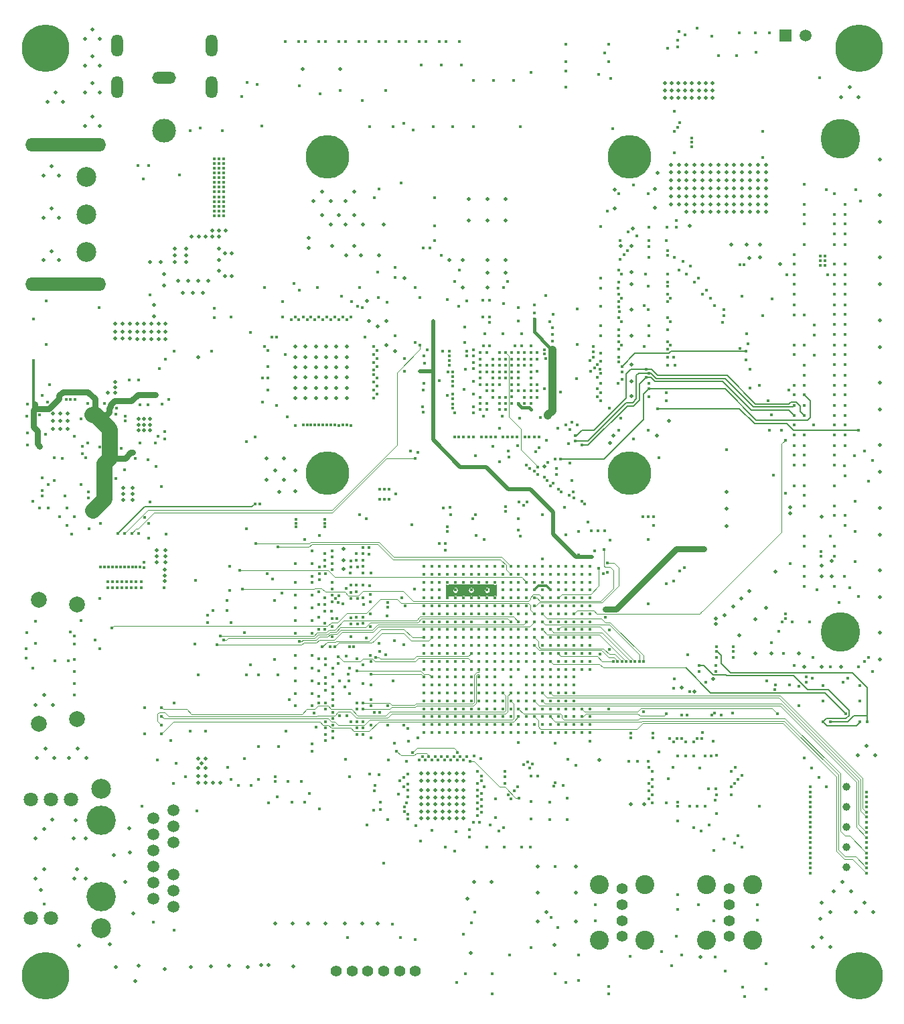
<source format=gbr>
G04 (created by PCBNEW (2013-07-07 BZR 4022)-stable) date 10/02/2015 04:29:17*
%MOIN*%
G04 Gerber Fmt 3.4, Leading zero omitted, Abs format*
%FSLAX34Y34*%
G01*
G70*
G90*
G04 APERTURE LIST*
%ADD10C,0.00590551*%
%ADD11C,0.019685*%
%ADD12R,0.0597X0.0597*%
%ADD13C,0.0597*%
%ADD14C,0.23622*%
%ADD15C,0.0787402*%
%ADD16C,0.216535*%
%ADD17C,0.0708661*%
%ADD18C,0.0590551*%
%ADD19C,0.0984252*%
%ADD20C,0.145669*%
%ADD21C,0.0393701*%
%ADD22C,0.0944882*%
%ADD23C,0.0551181*%
%ADD24C,0.015748*%
%ADD25C,0.19685*%
%ADD26O,0.401575X0.0669291*%
%ADD27O,0.0590551X0.110236*%
%ADD28O,0.11811X0.0590551*%
%ADD29C,0.11811*%
%ADD30C,0.00393701*%
%ADD31C,0.0393701*%
%ADD32C,0.015748*%
%ADD33C,0.011811*%
%ADD34C,0.019685*%
%ADD35C,0.0314961*%
%ADD36C,0.0787402*%
G04 APERTURE END LIST*
G54D10*
G54D11*
X71889Y-46692D03*
X71531Y-46232D03*
X71141Y-46692D03*
X71141Y-44566D03*
X71531Y-44106D03*
X71889Y-44566D03*
X71889Y-42480D03*
X71531Y-42019D03*
X71141Y-42480D03*
X71338Y-38818D03*
X71728Y-38358D03*
X72086Y-38818D03*
X73937Y-40000D03*
X73578Y-39539D03*
X73188Y-40000D03*
X73188Y-35669D03*
X73578Y-35208D03*
X73937Y-35669D03*
X73937Y-37007D03*
X73578Y-36547D03*
X73188Y-37007D03*
X73188Y-38346D03*
X73578Y-37885D03*
X73937Y-38346D03*
X104094Y-38602D03*
X104094Y-37874D03*
X104094Y-38248D03*
X103759Y-38248D03*
X103759Y-37874D03*
X103759Y-38602D03*
X103405Y-38602D03*
X103405Y-37874D03*
X103405Y-38248D03*
X103070Y-38248D03*
X103070Y-37874D03*
X103070Y-38602D03*
X105118Y-59055D03*
X105118Y-58208D03*
X105118Y-59921D03*
X107559Y-62185D03*
X88188Y-50925D03*
X88637Y-51200D03*
X93236Y-43653D03*
X92291Y-43653D03*
X94141Y-43653D03*
X94141Y-44716D03*
X94133Y-46673D03*
X94133Y-47303D03*
X92291Y-44716D03*
X84019Y-37181D03*
X85889Y-37185D03*
X79074Y-48307D03*
X78582Y-48307D03*
X78070Y-48307D03*
X77212Y-49850D03*
X77212Y-50598D03*
X77212Y-50244D03*
X76858Y-50244D03*
X76858Y-50598D03*
X76858Y-49850D03*
X76503Y-49850D03*
X76503Y-50598D03*
X76503Y-50244D03*
X75082Y-50236D03*
X75082Y-50590D03*
X75082Y-49842D03*
X74708Y-50236D03*
X74708Y-50590D03*
X74708Y-49842D03*
X75866Y-54866D03*
X76417Y-54866D03*
X76141Y-54866D03*
X76141Y-55141D03*
X76141Y-54590D03*
X76417Y-54590D03*
X76417Y-55141D03*
X75866Y-55141D03*
X71968Y-54688D03*
X71968Y-54314D03*
X71968Y-55062D03*
X72342Y-55062D03*
X72342Y-54314D03*
X72342Y-54688D03*
X75570Y-58307D03*
X75098Y-58307D03*
X77165Y-62637D03*
X106279Y-63129D03*
X105039Y-64330D03*
X79527Y-45216D03*
X80196Y-45216D03*
X79862Y-45216D03*
X79192Y-45511D03*
X79527Y-45511D03*
X78858Y-45511D03*
X78503Y-45511D03*
X77677Y-46456D03*
X78228Y-46456D03*
X78228Y-46791D03*
X77677Y-46791D03*
X84330Y-45570D03*
X78826Y-51507D03*
X79330Y-47696D03*
X78838Y-47696D03*
X78326Y-47696D03*
X77834Y-47696D03*
X76625Y-48897D03*
X77145Y-47933D03*
X77145Y-47381D03*
X77677Y-46122D03*
X78228Y-46122D03*
X76968Y-46791D03*
X79862Y-46673D03*
X86200Y-46437D03*
X86590Y-45976D03*
X86948Y-46437D03*
X85511Y-45964D03*
X84330Y-46082D03*
X80511Y-46358D03*
X80177Y-46358D03*
X80177Y-47480D03*
X80511Y-47480D03*
X74350Y-53287D03*
X74685Y-53011D03*
X74685Y-52736D03*
X74685Y-53287D03*
X75437Y-49842D03*
X75437Y-50590D03*
X75437Y-50236D03*
X98807Y-71535D03*
X104606Y-64507D03*
X105866Y-63523D03*
X105452Y-63897D03*
X107106Y-63976D03*
X104606Y-64783D03*
X106555Y-64527D03*
X105767Y-65354D03*
X106555Y-66259D03*
X103149Y-41929D03*
X103149Y-42322D03*
X103149Y-42716D03*
X103149Y-43503D03*
X103149Y-43110D03*
X103149Y-43897D03*
X103149Y-44291D03*
X102755Y-43897D03*
X102362Y-43897D03*
X102755Y-43110D03*
X102362Y-43110D03*
X102362Y-43503D03*
X102755Y-43503D03*
X102755Y-42716D03*
X102362Y-42716D03*
X102362Y-42322D03*
X102755Y-42322D03*
X102755Y-41929D03*
X102362Y-41929D03*
X103543Y-41929D03*
X103937Y-41929D03*
X103937Y-42322D03*
X103543Y-42322D03*
X103543Y-42716D03*
X103937Y-42716D03*
X103937Y-43503D03*
X103543Y-43503D03*
X103543Y-43110D03*
X103937Y-43110D03*
X103543Y-43897D03*
X103937Y-43897D03*
X103937Y-44291D03*
X103543Y-44291D03*
X107791Y-46889D03*
X101716Y-42334D03*
X106811Y-45925D03*
X106259Y-46570D03*
X93228Y-47303D03*
X93228Y-46673D03*
X93228Y-48051D03*
X92007Y-48051D03*
X100354Y-73759D03*
X101023Y-73759D03*
X97637Y-79586D03*
X97637Y-78129D03*
X97637Y-76830D03*
X95748Y-76830D03*
X95748Y-78129D03*
X93425Y-77618D03*
X92559Y-77618D03*
X92240Y-78448D03*
X92389Y-81149D03*
X96566Y-80759D03*
X95748Y-79586D03*
X96181Y-79114D03*
X74629Y-76291D03*
X75216Y-77602D03*
X75401Y-74960D03*
X87755Y-79665D03*
X87007Y-79665D03*
X86141Y-79665D03*
X82677Y-79665D03*
X83543Y-79665D03*
X85157Y-79665D03*
X84291Y-79665D03*
X79940Y-72677D03*
X79566Y-72677D03*
X78838Y-72677D03*
X79192Y-72677D03*
X109862Y-59429D03*
X110354Y-62401D03*
X110354Y-61633D03*
X109862Y-61870D03*
X109862Y-62401D03*
X108720Y-66259D03*
X107381Y-66259D03*
X104468Y-67500D03*
X103543Y-68129D03*
X102893Y-67933D03*
X99872Y-45964D03*
X81960Y-81755D03*
X81299Y-81830D03*
X83578Y-81799D03*
X82334Y-81755D03*
X102066Y-38602D03*
X102066Y-37874D03*
X102066Y-38248D03*
X102401Y-38248D03*
X102401Y-37874D03*
X102401Y-38602D03*
X102736Y-38602D03*
X102736Y-37874D03*
X102736Y-38248D03*
X104429Y-38248D03*
X104429Y-37874D03*
X104429Y-38602D03*
X103291Y-44980D03*
X106799Y-46555D03*
X83110Y-57618D03*
X82244Y-57618D03*
X82677Y-57145D03*
X103822Y-81342D03*
X93236Y-44716D03*
X86614Y-44429D03*
X86181Y-44901D03*
X87047Y-44901D03*
X85822Y-44440D03*
X86181Y-43759D03*
X86614Y-43287D03*
X87771Y-49980D03*
X85000Y-43287D03*
X84566Y-43759D03*
X85433Y-43759D03*
X85433Y-44901D03*
X85000Y-44429D03*
X86062Y-62027D03*
X86062Y-61043D03*
X86062Y-61594D03*
X82244Y-56555D03*
X83110Y-56555D03*
X83677Y-58188D03*
X83681Y-57141D03*
X82881Y-58212D03*
X88070Y-44901D03*
X92007Y-46673D03*
X91338Y-46673D03*
X87834Y-46437D03*
X89094Y-47578D03*
X87248Y-48700D03*
X88188Y-49704D03*
X87322Y-49704D03*
X96062Y-56948D03*
X99318Y-55787D03*
X101653Y-55413D03*
X102283Y-54685D03*
X99488Y-55413D03*
X100393Y-53444D03*
X100393Y-52696D03*
X100393Y-51870D03*
X100393Y-50452D03*
X100393Y-49153D03*
X100393Y-47893D03*
X100393Y-47263D03*
X100393Y-45964D03*
X100472Y-45098D03*
X106141Y-45925D03*
X105354Y-45925D03*
X99566Y-43169D03*
X99566Y-44114D03*
X101574Y-43129D03*
X101574Y-44074D03*
X111259Y-38090D03*
X110826Y-38562D03*
X111692Y-38562D03*
X112755Y-52775D03*
X112755Y-51003D03*
X112755Y-47893D03*
X112755Y-49665D03*
X112755Y-43444D03*
X112755Y-41673D03*
X112755Y-44783D03*
X112755Y-46555D03*
X112755Y-58996D03*
X112755Y-57224D03*
X112755Y-54114D03*
X112755Y-55885D03*
X112755Y-62106D03*
X112755Y-60334D03*
X112755Y-63444D03*
X112755Y-65216D03*
X112755Y-66555D03*
X110826Y-66909D03*
X109015Y-66909D03*
X109881Y-66909D03*
X112086Y-70846D03*
X111653Y-71318D03*
X112519Y-71318D03*
X111338Y-78090D03*
X110472Y-78090D03*
X110905Y-77618D03*
X112007Y-78641D03*
X111574Y-79114D03*
X112440Y-79114D03*
X110314Y-79114D03*
X109811Y-79460D03*
X109881Y-78641D03*
X109881Y-80374D03*
X109448Y-80846D03*
X110314Y-80846D03*
X79192Y-72342D03*
X78838Y-72342D03*
X75881Y-81791D03*
X75688Y-82531D03*
X77169Y-81933D03*
X74440Y-80720D03*
X72909Y-80791D03*
X74724Y-81830D03*
X72795Y-76988D03*
X72669Y-77452D03*
X73228Y-77460D03*
X71000Y-78023D03*
X70748Y-77460D03*
X71181Y-76988D03*
X71181Y-74980D03*
X70748Y-75452D03*
X71566Y-74507D03*
X73228Y-75452D03*
X72641Y-75456D03*
X72732Y-74559D03*
X72834Y-70964D03*
X72401Y-71437D03*
X73267Y-71437D03*
X71653Y-71437D03*
X70787Y-71437D03*
X71220Y-70964D03*
X71181Y-68326D03*
X70748Y-68799D03*
X71614Y-68799D03*
X80362Y-81791D03*
X78468Y-81858D03*
X79468Y-81811D03*
X75598Y-79181D03*
X75448Y-76149D03*
X76625Y-49468D03*
X75570Y-58602D03*
X75098Y-58602D03*
X79862Y-47224D03*
X79862Y-45511D03*
X79862Y-46102D03*
X76417Y-46791D03*
X75570Y-58011D03*
X75098Y-58011D03*
X92047Y-74429D03*
X91692Y-74429D03*
X90984Y-74429D03*
X91338Y-74429D03*
X90629Y-74429D03*
X90275Y-74429D03*
X89921Y-74429D03*
X89921Y-74114D03*
X90275Y-74114D03*
X90629Y-74114D03*
X91338Y-74114D03*
X90984Y-74114D03*
X91692Y-74114D03*
X92047Y-74114D03*
X92047Y-73759D03*
X91692Y-73759D03*
X90984Y-73759D03*
X91338Y-73759D03*
X90629Y-73759D03*
X90275Y-73759D03*
X89921Y-73759D03*
X89921Y-73051D03*
X90275Y-73051D03*
X90629Y-73051D03*
X91338Y-73051D03*
X90984Y-73051D03*
X91692Y-73051D03*
X92047Y-73051D03*
X92047Y-73405D03*
X91692Y-73405D03*
X90984Y-73405D03*
X91338Y-73405D03*
X90629Y-73405D03*
X90275Y-73405D03*
X89921Y-73405D03*
X89921Y-72578D03*
X90275Y-72578D03*
X90629Y-72578D03*
X91338Y-72578D03*
X90984Y-72578D03*
X91692Y-72578D03*
X92047Y-72578D03*
X92047Y-72224D03*
X91692Y-72224D03*
X90984Y-72224D03*
X91338Y-72224D03*
X90629Y-72224D03*
X90275Y-72224D03*
X89921Y-72224D03*
X77165Y-62362D03*
X77165Y-62086D03*
X77204Y-61417D03*
X76771Y-61417D03*
X76771Y-61712D03*
X77204Y-61712D03*
X77204Y-61122D03*
X76771Y-61122D03*
X71594Y-54688D03*
X71594Y-54314D03*
X71594Y-55062D03*
X76149Y-50244D03*
X75795Y-50244D03*
X75795Y-50598D03*
X76149Y-50598D03*
X75795Y-49850D03*
X76149Y-49850D03*
X75866Y-54590D03*
X108307Y-58976D03*
X108307Y-59291D03*
X104330Y-44291D03*
X104724Y-44291D03*
X105511Y-44291D03*
X105118Y-44291D03*
X105905Y-44291D03*
X106299Y-44291D03*
X106692Y-44291D03*
X107086Y-44291D03*
X107086Y-43897D03*
X106692Y-43897D03*
X106299Y-43897D03*
X105905Y-43897D03*
X105118Y-43897D03*
X105511Y-43897D03*
X104724Y-43897D03*
X104330Y-43897D03*
X107086Y-43110D03*
X106692Y-43110D03*
X106299Y-43110D03*
X105905Y-43110D03*
X105118Y-43110D03*
X105511Y-43110D03*
X104724Y-43110D03*
X104330Y-43110D03*
X104330Y-43503D03*
X104724Y-43503D03*
X105511Y-43503D03*
X105118Y-43503D03*
X105905Y-43503D03*
X106299Y-43503D03*
X106692Y-43503D03*
X107086Y-43503D03*
X107086Y-42716D03*
X106692Y-42716D03*
X106299Y-42716D03*
X105905Y-42716D03*
X105118Y-42716D03*
X105511Y-42716D03*
X104724Y-42716D03*
X104330Y-42716D03*
X104330Y-42322D03*
X104724Y-42322D03*
X105511Y-42322D03*
X105118Y-42322D03*
X105905Y-42322D03*
X106299Y-42322D03*
X106692Y-42322D03*
X107086Y-42322D03*
X107086Y-41929D03*
X106692Y-41929D03*
X106299Y-41929D03*
X105905Y-41929D03*
X105118Y-41929D03*
X105511Y-41929D03*
X104724Y-41929D03*
G54D12*
X108083Y-35511D03*
G54D13*
X109083Y-35511D03*
G54D14*
X111732Y-82283D03*
X111732Y-36141D03*
X71220Y-36141D03*
X71220Y-82283D03*
G54D11*
X104330Y-41929D03*
G54D15*
X70885Y-63562D03*
X72814Y-63799D03*
X72814Y-69507D03*
X70885Y-69744D03*
G54D11*
X78838Y-71948D03*
X78838Y-71476D03*
X79192Y-71476D03*
X79192Y-71948D03*
X79015Y-71712D03*
X83661Y-53543D03*
X83661Y-53031D03*
X83661Y-52007D03*
X83661Y-52519D03*
X83661Y-51496D03*
X83661Y-50984D03*
X84173Y-51496D03*
X84173Y-52519D03*
X84173Y-52007D03*
X84173Y-53031D03*
X84173Y-53543D03*
X84173Y-50984D03*
X84685Y-53543D03*
X84685Y-53031D03*
X84685Y-52007D03*
X84685Y-52519D03*
X84685Y-51496D03*
X84685Y-50984D03*
X85196Y-51496D03*
X85196Y-52519D03*
X85196Y-52007D03*
X85196Y-53031D03*
X85196Y-53543D03*
X85196Y-50984D03*
X85708Y-53543D03*
X85708Y-53031D03*
X85708Y-52007D03*
X85708Y-52519D03*
X85708Y-51496D03*
X85708Y-50984D03*
X86220Y-50984D03*
X86220Y-51496D03*
X86220Y-52007D03*
X86220Y-53543D03*
X86220Y-53031D03*
X86220Y-52519D03*
G54D16*
X100291Y-41531D03*
X85251Y-41531D03*
X100291Y-57279D03*
X85251Y-57279D03*
G54D17*
X71515Y-79417D03*
X70515Y-79417D03*
X72515Y-73496D03*
X71515Y-73496D03*
G54D18*
X77614Y-78854D03*
X77614Y-78055D03*
X77614Y-77255D03*
X77614Y-75657D03*
X77614Y-74858D03*
X77614Y-74059D03*
X76614Y-78454D03*
X76614Y-77655D03*
X76614Y-76856D03*
X76614Y-74458D03*
X76614Y-75257D03*
G54D19*
X74015Y-79921D03*
G54D20*
X74015Y-78356D03*
X74015Y-74557D03*
G54D19*
X74015Y-72992D03*
G54D18*
X76614Y-76057D03*
G54D17*
X70515Y-73496D03*
G54D21*
X111102Y-72881D03*
X111102Y-73881D03*
X111102Y-74881D03*
X111102Y-75881D03*
X111102Y-76881D03*
G54D22*
X106417Y-77755D03*
X104133Y-77755D03*
X106417Y-80511D03*
X104133Y-80511D03*
G54D23*
X105275Y-77952D03*
X105275Y-78740D03*
X105275Y-79527D03*
X105275Y-80314D03*
G54D22*
X101082Y-77755D03*
X98799Y-77755D03*
X101082Y-80511D03*
X98799Y-80511D03*
G54D23*
X99940Y-77952D03*
X99940Y-78740D03*
X99940Y-79527D03*
X99940Y-80314D03*
G54D24*
X98326Y-61909D03*
X98326Y-62303D03*
X98326Y-62696D03*
X98326Y-63090D03*
X98326Y-63484D03*
X98326Y-63877D03*
X98326Y-64271D03*
X98326Y-64665D03*
X98326Y-65059D03*
X98326Y-65452D03*
X98326Y-65846D03*
X98326Y-66240D03*
X98326Y-66633D03*
X98326Y-67027D03*
X98326Y-68996D03*
X98326Y-69389D03*
X98326Y-69783D03*
X98326Y-70177D03*
X97933Y-61909D03*
X97933Y-62303D03*
X97933Y-62696D03*
X97933Y-63090D03*
X97933Y-63484D03*
X97933Y-63877D03*
X97933Y-64271D03*
X97933Y-64665D03*
X97933Y-65059D03*
X97933Y-65452D03*
X97933Y-65846D03*
X97933Y-66240D03*
X97933Y-66633D03*
X97933Y-67027D03*
X97933Y-68996D03*
X97933Y-69389D03*
X97933Y-69783D03*
X97933Y-70177D03*
X97539Y-61909D03*
X97539Y-62303D03*
X97539Y-62696D03*
X97539Y-63090D03*
X97539Y-63484D03*
X97539Y-63877D03*
X97539Y-64271D03*
X97539Y-64665D03*
X97539Y-65059D03*
X97539Y-65452D03*
X97539Y-65846D03*
X97539Y-66240D03*
X97539Y-66633D03*
X97539Y-67027D03*
X97539Y-67421D03*
X97539Y-67814D03*
X97539Y-68208D03*
X97539Y-68602D03*
X97539Y-68996D03*
X97539Y-69389D03*
X97539Y-69783D03*
X97539Y-70177D03*
X97145Y-61909D03*
X97145Y-62303D03*
X97145Y-62696D03*
X97145Y-63090D03*
X97145Y-63484D03*
X97145Y-63877D03*
X97145Y-64271D03*
X97145Y-64665D03*
X97145Y-65059D03*
X97145Y-65452D03*
X97145Y-65846D03*
X97145Y-66240D03*
X97145Y-66633D03*
X97145Y-67027D03*
X97145Y-67421D03*
X97145Y-67814D03*
X97145Y-68208D03*
X97145Y-68602D03*
X97145Y-68996D03*
X97145Y-69389D03*
X97145Y-69783D03*
X97145Y-70177D03*
X96751Y-61909D03*
X96751Y-62303D03*
X96751Y-62696D03*
X96751Y-63090D03*
X96751Y-63484D03*
X96751Y-63877D03*
X96751Y-64271D03*
X96751Y-64665D03*
X96751Y-65059D03*
X96751Y-65452D03*
X96751Y-65846D03*
X96751Y-66240D03*
X96751Y-66633D03*
X96751Y-67027D03*
X96751Y-67421D03*
X96751Y-67814D03*
X96751Y-68208D03*
X96751Y-68602D03*
X96751Y-68996D03*
X96751Y-69389D03*
X96751Y-69783D03*
X96751Y-70177D03*
X96358Y-61909D03*
X96358Y-62303D03*
X96358Y-62696D03*
X96358Y-63090D03*
X96358Y-63484D03*
X96358Y-63877D03*
X96358Y-64271D03*
X96358Y-64665D03*
X96358Y-65059D03*
X96358Y-65452D03*
X96358Y-65846D03*
X96358Y-66240D03*
X96358Y-66633D03*
X96358Y-67027D03*
X96358Y-67421D03*
X96358Y-67814D03*
X96358Y-68208D03*
X96358Y-68602D03*
X96358Y-68996D03*
X96358Y-69389D03*
X96358Y-69783D03*
X96358Y-70177D03*
X95964Y-61909D03*
X95964Y-62303D03*
X95964Y-62696D03*
X95964Y-63090D03*
X95964Y-63484D03*
X95964Y-63877D03*
X95964Y-64271D03*
X95964Y-64665D03*
X95964Y-65059D03*
X95964Y-65452D03*
X95964Y-65846D03*
X95964Y-66240D03*
X95964Y-66633D03*
X95964Y-67027D03*
X95964Y-67421D03*
X95964Y-67814D03*
X95964Y-68208D03*
X95964Y-68602D03*
X95964Y-68996D03*
X95964Y-69389D03*
X95964Y-69783D03*
X95964Y-70177D03*
X95570Y-61909D03*
X95570Y-62303D03*
X95570Y-62696D03*
X95570Y-63090D03*
X95570Y-63484D03*
X95570Y-63877D03*
X95570Y-64271D03*
X95570Y-64665D03*
X95570Y-65059D03*
X95570Y-65452D03*
X95570Y-65846D03*
X95570Y-66240D03*
X95570Y-66633D03*
X95570Y-67027D03*
X95570Y-67421D03*
X95570Y-67814D03*
X95570Y-68208D03*
X95570Y-68602D03*
X95570Y-68996D03*
X95570Y-69389D03*
X95570Y-69783D03*
X95570Y-70177D03*
X95177Y-61909D03*
X95177Y-62303D03*
X95177Y-62696D03*
X95177Y-63090D03*
X95177Y-63484D03*
X95177Y-63877D03*
X95177Y-64271D03*
X95177Y-64665D03*
X95177Y-65059D03*
X95177Y-65452D03*
X95177Y-65846D03*
X95177Y-66240D03*
X95177Y-66633D03*
X95177Y-67421D03*
X95177Y-67814D03*
X95177Y-68208D03*
X95177Y-68602D03*
X95177Y-68996D03*
X95177Y-69389D03*
X95177Y-69783D03*
X95177Y-70177D03*
X94783Y-61909D03*
X94783Y-62303D03*
X94783Y-62696D03*
X94783Y-63090D03*
X94783Y-63484D03*
X94783Y-63877D03*
X94783Y-64271D03*
X94783Y-64665D03*
X94783Y-65059D03*
X94783Y-65452D03*
X94783Y-65846D03*
X94783Y-66240D03*
X94783Y-66633D03*
X94783Y-67027D03*
X94783Y-68208D03*
X94783Y-68602D03*
X94783Y-68996D03*
X94783Y-69389D03*
X94783Y-69783D03*
X94783Y-70177D03*
X94389Y-61909D03*
X94389Y-62303D03*
X94389Y-62696D03*
X94389Y-63090D03*
X94389Y-63484D03*
X94389Y-63877D03*
X94389Y-64271D03*
X94389Y-64665D03*
X94389Y-65059D03*
X94389Y-65452D03*
X94389Y-65846D03*
X94389Y-66240D03*
X94389Y-66633D03*
X94389Y-67027D03*
X94389Y-67421D03*
X94389Y-67814D03*
X94389Y-68208D03*
X94389Y-68602D03*
X94389Y-68996D03*
X94389Y-69389D03*
X94389Y-69783D03*
X94389Y-70177D03*
X93996Y-61909D03*
X93996Y-62303D03*
X93996Y-62696D03*
X93996Y-63090D03*
X93996Y-63484D03*
X93996Y-63877D03*
X93996Y-64271D03*
X93996Y-64665D03*
X93996Y-65059D03*
X93996Y-65452D03*
X93996Y-65846D03*
X93996Y-66240D03*
X93996Y-66633D03*
X93996Y-67027D03*
X93996Y-67814D03*
X93996Y-68208D03*
X93996Y-68602D03*
X93996Y-68996D03*
X93996Y-69389D03*
X93996Y-69783D03*
X93996Y-70177D03*
X93602Y-61909D03*
X93602Y-62303D03*
X93602Y-62696D03*
X93602Y-63090D03*
X93602Y-63484D03*
X93602Y-63877D03*
X93602Y-64271D03*
X93602Y-64665D03*
X93602Y-65059D03*
X93602Y-65452D03*
X93602Y-65846D03*
X93602Y-66240D03*
X93602Y-66633D03*
X93602Y-67027D03*
X93602Y-67421D03*
X93602Y-67814D03*
X93602Y-68208D03*
X93602Y-68602D03*
X93602Y-68996D03*
X93602Y-69389D03*
X93602Y-69783D03*
X93602Y-70177D03*
X93208Y-61909D03*
X93208Y-62303D03*
X93208Y-62696D03*
X93208Y-63090D03*
X93208Y-63484D03*
X93208Y-63877D03*
X93208Y-64271D03*
X93208Y-64665D03*
X93208Y-65059D03*
X93208Y-65452D03*
X93208Y-65846D03*
X93208Y-66240D03*
X93208Y-66633D03*
X93208Y-67027D03*
X93208Y-67421D03*
X93208Y-67814D03*
X93208Y-68208D03*
X93208Y-68602D03*
X93208Y-68996D03*
X93208Y-69389D03*
X93208Y-69783D03*
X93208Y-70177D03*
X92814Y-61909D03*
X92814Y-62303D03*
X92814Y-62696D03*
X92814Y-63090D03*
X92814Y-63484D03*
X92814Y-63877D03*
X92814Y-64271D03*
X92814Y-65059D03*
X92814Y-65452D03*
X92814Y-65846D03*
X92814Y-66240D03*
X92814Y-66633D03*
X92814Y-67027D03*
X92814Y-67421D03*
X92814Y-67814D03*
X92814Y-68208D03*
X92814Y-68602D03*
X92814Y-68996D03*
X92814Y-69389D03*
X92814Y-69783D03*
X92814Y-70177D03*
X92421Y-61909D03*
X92421Y-62303D03*
X92421Y-62696D03*
X92421Y-63090D03*
X92421Y-63484D03*
X92421Y-63877D03*
X92421Y-64271D03*
X92421Y-64665D03*
X92421Y-65059D03*
X92421Y-65452D03*
X92421Y-65846D03*
X92421Y-66240D03*
X92421Y-66633D03*
X92421Y-67027D03*
X92421Y-67421D03*
X92421Y-67814D03*
X92421Y-68208D03*
X92421Y-68602D03*
X92421Y-68996D03*
X92421Y-69389D03*
X92421Y-69783D03*
X92421Y-70177D03*
X92027Y-61909D03*
X92027Y-62303D03*
X92027Y-62696D03*
X92027Y-63090D03*
X92027Y-63484D03*
X92027Y-63877D03*
X92027Y-64271D03*
X92027Y-64665D03*
X92027Y-65059D03*
X92027Y-65452D03*
X92027Y-65846D03*
X92027Y-66240D03*
X92027Y-66633D03*
X92027Y-67027D03*
X92027Y-67421D03*
X92027Y-67814D03*
X92027Y-68208D03*
X92027Y-68602D03*
X92027Y-68996D03*
X92027Y-69389D03*
X92027Y-69783D03*
X92027Y-70177D03*
X91633Y-61909D03*
X91633Y-62303D03*
X91633Y-62696D03*
X91633Y-63090D03*
X91633Y-63484D03*
X91633Y-63877D03*
X91633Y-64271D03*
X91633Y-64665D03*
X91633Y-65059D03*
X91633Y-65452D03*
X91633Y-65846D03*
X91633Y-66240D03*
X91633Y-66633D03*
X91633Y-67027D03*
X91633Y-67421D03*
X91633Y-67814D03*
X91633Y-68208D03*
X91633Y-68602D03*
X91633Y-68996D03*
X91633Y-69389D03*
X91633Y-69783D03*
X91633Y-70177D03*
X91240Y-61909D03*
X91240Y-62303D03*
X91240Y-62696D03*
X91240Y-63090D03*
X91240Y-63484D03*
X91240Y-63877D03*
X91240Y-64271D03*
X91240Y-64665D03*
X91240Y-65059D03*
X91240Y-65452D03*
X91240Y-65846D03*
X91240Y-66240D03*
X91240Y-66633D03*
X91240Y-67027D03*
X91240Y-67421D03*
X91240Y-67814D03*
X91240Y-68208D03*
X91240Y-68602D03*
X91240Y-68996D03*
X91240Y-69389D03*
X91240Y-69783D03*
X91240Y-70177D03*
X90846Y-61909D03*
X90846Y-62303D03*
X90846Y-62696D03*
X90846Y-63090D03*
X90846Y-63484D03*
X90846Y-63877D03*
X90846Y-64271D03*
X90846Y-64665D03*
X90846Y-65059D03*
X90846Y-65452D03*
X90846Y-65846D03*
X90846Y-66240D03*
X90846Y-66633D03*
X90846Y-67027D03*
X90846Y-67421D03*
X90846Y-67814D03*
X90846Y-68208D03*
X90846Y-68602D03*
X90846Y-68996D03*
X90846Y-69389D03*
X90846Y-69783D03*
X90846Y-70177D03*
X90452Y-61909D03*
X90452Y-62303D03*
X90452Y-62696D03*
X90452Y-63090D03*
X90452Y-63484D03*
X90452Y-63877D03*
X90452Y-64271D03*
X90452Y-64665D03*
X90452Y-65059D03*
X90452Y-65452D03*
X90452Y-65846D03*
X90452Y-66240D03*
X90452Y-66633D03*
X90452Y-67027D03*
X90452Y-67421D03*
X90452Y-67814D03*
X90452Y-68208D03*
X90452Y-68602D03*
X90452Y-68996D03*
X90452Y-69389D03*
X90452Y-69783D03*
X90452Y-70177D03*
X90059Y-61909D03*
X90059Y-62303D03*
X90059Y-62696D03*
X90059Y-63090D03*
X90059Y-63484D03*
X90059Y-63877D03*
X90059Y-64271D03*
X90059Y-64665D03*
X90059Y-65059D03*
X90059Y-65452D03*
X90059Y-65846D03*
X90059Y-66240D03*
X90059Y-66633D03*
X90059Y-67027D03*
X90059Y-67421D03*
X90059Y-67814D03*
X90059Y-68208D03*
X90059Y-68602D03*
X90059Y-68996D03*
X90059Y-69389D03*
X90059Y-69783D03*
X90059Y-70177D03*
G54D25*
X110787Y-40633D03*
X110787Y-65192D03*
G54D24*
X80102Y-44000D03*
X79866Y-44000D03*
X79629Y-44236D03*
X79629Y-44000D03*
X79629Y-44472D03*
X79866Y-44472D03*
X80102Y-44472D03*
X80102Y-44236D03*
X79866Y-44236D03*
X79629Y-43055D03*
X79866Y-43055D03*
X80102Y-43055D03*
X79866Y-43527D03*
X80102Y-43527D03*
X80102Y-43763D03*
X79866Y-43763D03*
X79629Y-43763D03*
X79629Y-43291D03*
X79629Y-43527D03*
X79866Y-43291D03*
X80102Y-43291D03*
X80102Y-42346D03*
X79866Y-42346D03*
X79629Y-42582D03*
X79629Y-42346D03*
X79629Y-42818D03*
X79866Y-42818D03*
X80102Y-42818D03*
X80102Y-42582D03*
X79866Y-42582D03*
X79866Y-41874D03*
X80102Y-41874D03*
X80102Y-42110D03*
X79866Y-42110D03*
X79629Y-42110D03*
X79629Y-41637D03*
X79629Y-41874D03*
X79866Y-41637D03*
X80102Y-41637D03*
G54D19*
X73251Y-42539D03*
X73251Y-44409D03*
X73251Y-46279D03*
G54D26*
X72244Y-47874D03*
X72244Y-40944D03*
G54D27*
X74803Y-38066D03*
X74803Y-36019D03*
X79488Y-36019D03*
G54D28*
X77145Y-37614D03*
G54D27*
X79488Y-38066D03*
G54D29*
X77145Y-40232D03*
G54D23*
X85708Y-82047D03*
X86496Y-82047D03*
X89645Y-82047D03*
X88858Y-82047D03*
X88070Y-82047D03*
X87283Y-82047D03*
G54D24*
X99468Y-40137D03*
X94822Y-54557D03*
X89271Y-73051D03*
X87606Y-73062D03*
X95389Y-73602D03*
X92923Y-74143D03*
X96326Y-73629D03*
X92539Y-74645D03*
X82751Y-73385D03*
X90462Y-71545D03*
X83507Y-73649D03*
X90620Y-71377D03*
X84149Y-73633D03*
X90935Y-71377D03*
X84377Y-73212D03*
X91250Y-71377D03*
X91407Y-71545D03*
X91564Y-71377D03*
X91879Y-71377D03*
X92037Y-71545D03*
X92923Y-73828D03*
X92746Y-73671D03*
X92923Y-73513D03*
X92746Y-73356D03*
X92746Y-73041D03*
X93080Y-72883D03*
X92746Y-72726D03*
X92923Y-72568D03*
X102755Y-47185D03*
X111023Y-44409D03*
X110511Y-44881D03*
X102952Y-46751D03*
X99763Y-47185D03*
X102185Y-48759D03*
X105000Y-49133D03*
X111023Y-48897D03*
X99763Y-48759D03*
X104921Y-49763D03*
X110511Y-49370D03*
X103149Y-47381D03*
X102185Y-47381D03*
X111023Y-44881D03*
X110511Y-45393D03*
X103346Y-46968D03*
X99901Y-47381D03*
X103543Y-47775D03*
X102185Y-47775D03*
X111023Y-45905D03*
X99763Y-47775D03*
X103740Y-47578D03*
X110511Y-46889D03*
X103937Y-48366D03*
X102185Y-48366D03*
X111023Y-47401D03*
X104133Y-48188D03*
X99763Y-48366D03*
X110511Y-47874D03*
X104330Y-48562D03*
X102322Y-48562D03*
X111023Y-47874D03*
X104527Y-48956D03*
X99901Y-48562D03*
X110511Y-48385D03*
X102185Y-49547D03*
X106102Y-51653D03*
X110511Y-51377D03*
X99763Y-49547D03*
X105787Y-51062D03*
X110511Y-50905D03*
X102185Y-51122D03*
X108070Y-55629D03*
X110511Y-55393D03*
X108070Y-58267D03*
X99763Y-51122D03*
X111023Y-55393D03*
X102322Y-49744D03*
X106299Y-52125D03*
X111023Y-51889D03*
X106771Y-52913D03*
X99901Y-49744D03*
X111023Y-52401D03*
X102185Y-50137D03*
X107204Y-53661D03*
X111023Y-53385D03*
X106299Y-53051D03*
X110511Y-52401D03*
X99763Y-50137D03*
X107362Y-54370D03*
X102185Y-50728D03*
X110511Y-53897D03*
X107283Y-55157D03*
X99763Y-50728D03*
X111023Y-53897D03*
X102322Y-50925D03*
X107874Y-55157D03*
X111023Y-54881D03*
X107480Y-57381D03*
X99901Y-50925D03*
X110511Y-54409D03*
X85137Y-61909D03*
X86437Y-61633D03*
X87027Y-61909D03*
X85511Y-61141D03*
X87027Y-60964D03*
X85511Y-61771D03*
X87027Y-61594D03*
X85137Y-61594D03*
X86712Y-61594D03*
X85511Y-61456D03*
X87027Y-61279D03*
X85137Y-61279D03*
X86712Y-61279D03*
X85137Y-63484D03*
X87027Y-63484D03*
X85452Y-64153D03*
X86712Y-64429D03*
X87401Y-64291D03*
X84822Y-64429D03*
X87401Y-64921D03*
X84822Y-65059D03*
X85679Y-63523D03*
X85511Y-63031D03*
X88956Y-63464D03*
X86712Y-63169D03*
X87864Y-66151D03*
X87362Y-62874D03*
X84822Y-63169D03*
X87401Y-63661D03*
X89133Y-63877D03*
X84822Y-63799D03*
X85137Y-64744D03*
X85816Y-63700D03*
X88267Y-63952D03*
X87027Y-64744D03*
X87047Y-69645D03*
X85531Y-69803D03*
X85157Y-69645D03*
X86732Y-70275D03*
X85157Y-70590D03*
X86732Y-69645D03*
X86141Y-67921D03*
X85157Y-69960D03*
X87047Y-69960D03*
X85531Y-70118D03*
X86732Y-69960D03*
X85157Y-70275D03*
X87047Y-70275D03*
X85531Y-70433D03*
X87047Y-67755D03*
X85157Y-68070D03*
X86732Y-67125D03*
X85531Y-67283D03*
X84842Y-67125D03*
X87421Y-67283D03*
X84842Y-66496D03*
X87421Y-66653D03*
X86250Y-69330D03*
X85531Y-68543D03*
X84842Y-68385D03*
X87421Y-68543D03*
X84842Y-67755D03*
X87421Y-67814D03*
X87047Y-66811D03*
X85157Y-66811D03*
X95177Y-56889D03*
X87568Y-50984D03*
X95324Y-57037D03*
X87726Y-51181D03*
X97933Y-58661D03*
X87726Y-53346D03*
X98080Y-58809D03*
X87568Y-53543D03*
X95570Y-57185D03*
X87568Y-51377D03*
X87726Y-51574D03*
X95718Y-57332D03*
X96062Y-57480D03*
X87568Y-51771D03*
X96210Y-57627D03*
X87726Y-51968D03*
X96751Y-58070D03*
X87726Y-52559D03*
X96899Y-58218D03*
X87568Y-52755D03*
X97293Y-58366D03*
X87726Y-52952D03*
X97539Y-58513D03*
X87568Y-53149D03*
X83858Y-65649D03*
X95248Y-71637D03*
X86358Y-72364D03*
X95031Y-71787D03*
X87370Y-72228D03*
X95318Y-71940D03*
X87846Y-72287D03*
X96606Y-70704D03*
X91505Y-54055D03*
X91515Y-52952D03*
X94143Y-58956D03*
X91348Y-51909D03*
X91348Y-51683D03*
X90826Y-52687D03*
X91505Y-53572D03*
X91505Y-53346D03*
X91515Y-52470D03*
X91348Y-51427D03*
X91515Y-52726D03*
X94143Y-59173D03*
X91505Y-53828D03*
X91348Y-51200D03*
X91515Y-52244D03*
X95098Y-55492D03*
X95305Y-55492D03*
X92519Y-55492D03*
X91811Y-55492D03*
X92293Y-55492D03*
X92037Y-55492D03*
X93415Y-55492D03*
X93641Y-55492D03*
X95787Y-55492D03*
X94478Y-55492D03*
X94704Y-55492D03*
X95561Y-55492D03*
X93996Y-55492D03*
X94222Y-55492D03*
X92933Y-55492D03*
X93159Y-55492D03*
X82795Y-67322D03*
X82795Y-60954D03*
X78828Y-67322D03*
X80413Y-61909D03*
X81909Y-58799D03*
X81830Y-67322D03*
X94783Y-59547D03*
X81220Y-67322D03*
X81692Y-60787D03*
X102129Y-69228D03*
X102129Y-62779D03*
X77007Y-68937D03*
X77007Y-69370D03*
X77007Y-69803D03*
X77007Y-70236D03*
X109291Y-77165D03*
X109291Y-76909D03*
X109291Y-74645D03*
X109291Y-74389D03*
X109291Y-74143D03*
X109291Y-73887D03*
X109291Y-73641D03*
X109291Y-73385D03*
X109291Y-76663D03*
X109291Y-76407D03*
X109291Y-76161D03*
X109291Y-75905D03*
X109291Y-75649D03*
X109291Y-75403D03*
X109291Y-75147D03*
X109291Y-74891D03*
X112106Y-77165D03*
X112106Y-76909D03*
X112106Y-74645D03*
X112106Y-74389D03*
X112106Y-74143D03*
X112106Y-73887D03*
X112106Y-73631D03*
X112106Y-73385D03*
X112106Y-76663D03*
X112106Y-76407D03*
X112106Y-76161D03*
X112106Y-75905D03*
X112106Y-75649D03*
X112106Y-75403D03*
X112106Y-75147D03*
X112106Y-74901D03*
X101013Y-69143D03*
X101269Y-71909D03*
X101417Y-72106D03*
X94094Y-72106D03*
X94094Y-72391D03*
X101417Y-72500D03*
X94094Y-72696D03*
X101269Y-72696D03*
X94724Y-72893D03*
X101417Y-72893D03*
X94566Y-73090D03*
X101269Y-73090D03*
X94251Y-73287D03*
X101417Y-73287D03*
X101269Y-73484D03*
X94409Y-73484D03*
X72677Y-65767D03*
X73710Y-65570D03*
X104511Y-79535D03*
X103728Y-78740D03*
X94055Y-75866D03*
X105000Y-75492D03*
X105354Y-72893D03*
X95354Y-75866D03*
X105885Y-75866D03*
X105885Y-72303D03*
X104507Y-76043D03*
X104566Y-73543D03*
X96594Y-76850D03*
X93188Y-75866D03*
X105708Y-75314D03*
X105708Y-72500D03*
X94921Y-75866D03*
X105531Y-75688D03*
X105531Y-72696D03*
X95393Y-37350D03*
X95393Y-50954D03*
X94448Y-51289D03*
X88641Y-47047D03*
X91594Y-47755D03*
X94242Y-47755D03*
X89921Y-36968D03*
X92874Y-51289D03*
X90925Y-36968D03*
X93188Y-51919D03*
X91929Y-36968D03*
X93031Y-50954D03*
X92519Y-37736D03*
X93188Y-51289D03*
X93523Y-37736D03*
X93346Y-50954D03*
X94527Y-37736D03*
X93503Y-51604D03*
X104744Y-36496D03*
X98513Y-50964D03*
X93818Y-51289D03*
X105629Y-36496D03*
X98336Y-51692D03*
X93818Y-51604D03*
X106614Y-36338D03*
X94133Y-51919D03*
X98690Y-51879D03*
X99360Y-37647D03*
X97440Y-54728D03*
X95393Y-53494D03*
X86992Y-38740D03*
X94133Y-52549D03*
X84905Y-38409D03*
X94763Y-52864D03*
X88169Y-38248D03*
X95393Y-53809D03*
X85885Y-38244D03*
X94763Y-53179D03*
X83866Y-38015D03*
X95866Y-54498D03*
X111053Y-69242D03*
X107657Y-69232D03*
X76692Y-55787D03*
X76161Y-59488D03*
X89468Y-59842D03*
X78681Y-65787D03*
X76830Y-55452D03*
X87844Y-65738D03*
X70944Y-54389D03*
X70590Y-58681D03*
X98248Y-59724D03*
X77381Y-53622D03*
X72716Y-53622D03*
X101259Y-53484D03*
X84862Y-62263D03*
X84862Y-62578D03*
X87047Y-69015D03*
X87047Y-68700D03*
X86870Y-59360D03*
X91387Y-59360D03*
X86751Y-61948D03*
X86437Y-61948D03*
X92500Y-59527D03*
X87194Y-59527D03*
X87037Y-62253D03*
X86437Y-63523D03*
X85728Y-64507D03*
X85511Y-63661D03*
X84488Y-62401D03*
X84143Y-60570D03*
X93061Y-60570D03*
X86200Y-63011D03*
X86437Y-64783D03*
X85511Y-64921D03*
X85511Y-62086D03*
X84862Y-61948D03*
X84862Y-60374D03*
X92667Y-60374D03*
X85177Y-62263D03*
X85846Y-63366D03*
X86407Y-62234D03*
X85866Y-67598D03*
X85866Y-69330D03*
X85807Y-66417D03*
X85531Y-69488D03*
X85157Y-69015D03*
X85000Y-65925D03*
X85531Y-67913D03*
X86289Y-67283D03*
X87598Y-69173D03*
X87667Y-66427D03*
X85639Y-65925D03*
X86358Y-65925D03*
X86417Y-69645D03*
X86200Y-66368D03*
X87864Y-69173D03*
X88248Y-64374D03*
X86574Y-65925D03*
X86732Y-69015D03*
X85531Y-69173D03*
X85413Y-65925D03*
X73011Y-64625D03*
X73917Y-66003D03*
X79783Y-65816D03*
X86220Y-49635D03*
X79940Y-65383D03*
X85826Y-49635D03*
X74547Y-64980D03*
X96358Y-57923D03*
X87568Y-52372D03*
X87568Y-52155D03*
X96505Y-57775D03*
X81043Y-63031D03*
X84448Y-49517D03*
X84645Y-49635D03*
X80885Y-62106D03*
X80098Y-65580D03*
X85629Y-49517D03*
X97500Y-58208D03*
X111023Y-49370D03*
X105118Y-56102D03*
X99763Y-51515D03*
X97342Y-56791D03*
X111496Y-56417D03*
X102185Y-51515D03*
X107746Y-65137D03*
X108503Y-48385D03*
X108503Y-47874D03*
X107362Y-65698D03*
X94311Y-56486D03*
X89401Y-56161D03*
X91236Y-60165D03*
X98555Y-61129D03*
X89767Y-56240D03*
X91232Y-59937D03*
X94870Y-60425D03*
X95968Y-61555D03*
X95078Y-51917D03*
X91602Y-55480D03*
X81653Y-55472D03*
X74822Y-60275D03*
X81653Y-58799D03*
X94744Y-55905D03*
X94448Y-52234D03*
X98740Y-60137D03*
X99921Y-52244D03*
X94921Y-50954D03*
X95078Y-51604D03*
X99921Y-52608D03*
X99074Y-60137D03*
X97696Y-50875D03*
X94606Y-50954D03*
X95724Y-56984D03*
X94133Y-51289D03*
X81417Y-50285D03*
X81417Y-66811D03*
X90236Y-51141D03*
X91358Y-58984D03*
X95964Y-59360D03*
X94133Y-51604D03*
X94751Y-49720D03*
X94448Y-51604D03*
X96318Y-49753D03*
X95078Y-51289D03*
X98513Y-51515D03*
X98405Y-60137D03*
X98362Y-52220D03*
X97783Y-60185D03*
X94448Y-51919D03*
X93848Y-56722D03*
X94133Y-52234D03*
X88641Y-50433D03*
X88641Y-47539D03*
X95393Y-51289D03*
X75157Y-60275D03*
X96078Y-53062D03*
X89881Y-50925D03*
X89881Y-48543D03*
X94763Y-52234D03*
X75531Y-60275D03*
X96220Y-56732D03*
X89625Y-56555D03*
X89645Y-48041D03*
X89645Y-50767D03*
X94763Y-51919D03*
X91614Y-54291D03*
X94763Y-51604D03*
X94763Y-53809D03*
X95566Y-49614D03*
X95393Y-54124D03*
X96151Y-54488D03*
X98503Y-51259D03*
X99874Y-54547D03*
X93090Y-50334D03*
X90984Y-51200D03*
X96724Y-55059D03*
X85118Y-59763D03*
X93346Y-49763D03*
X85118Y-59566D03*
X85118Y-59960D03*
X94448Y-53484D03*
X95393Y-51604D03*
X93484Y-55944D03*
X76102Y-42637D03*
X75826Y-41968D03*
X76377Y-41968D03*
X94881Y-40039D03*
X92519Y-40039D03*
X91515Y-40039D03*
X90531Y-40039D03*
X91181Y-35807D03*
X91850Y-35807D03*
X90846Y-35807D03*
X90177Y-35807D03*
X89173Y-35807D03*
X89842Y-35807D03*
X88838Y-35807D03*
X88169Y-35807D03*
X87165Y-35807D03*
X87834Y-35807D03*
X86181Y-35807D03*
X86850Y-35807D03*
X85846Y-35807D03*
X85177Y-35807D03*
X84173Y-35807D03*
X84842Y-35807D03*
X83838Y-35807D03*
X83169Y-35807D03*
X94763Y-52549D03*
X96122Y-51564D03*
X89901Y-75570D03*
X106043Y-83326D03*
X107106Y-81673D03*
X98858Y-45019D03*
X97637Y-71811D03*
X82677Y-72362D03*
X82677Y-72618D03*
X92614Y-79094D03*
X92425Y-79633D03*
X93464Y-83169D03*
X93464Y-82165D03*
X71417Y-52874D03*
X88070Y-76692D03*
X87244Y-74763D03*
X101496Y-59862D03*
X101240Y-60570D03*
X103027Y-61964D03*
X102696Y-78976D03*
X102696Y-78228D03*
X96141Y-48435D03*
X95551Y-48897D03*
X96614Y-56574D03*
X92185Y-48700D03*
X91811Y-48976D03*
X93996Y-50334D03*
X90078Y-52795D03*
X90059Y-51437D03*
X89094Y-52224D03*
X87775Y-47283D03*
X92627Y-56397D03*
X96476Y-50374D03*
X97145Y-54862D03*
X82322Y-73661D03*
X83956Y-72618D03*
X83307Y-72618D03*
X70334Y-55866D03*
X84645Y-54893D03*
X74173Y-53818D03*
X71377Y-59015D03*
X71653Y-57637D03*
X72204Y-58425D03*
X71062Y-58425D03*
X71062Y-57519D03*
X71062Y-58149D03*
X71377Y-57834D03*
X73070Y-55944D03*
X75000Y-56043D03*
X77165Y-55570D03*
X77047Y-53838D03*
X76417Y-58700D03*
X74744Y-57539D03*
X75165Y-57094D03*
X73937Y-63523D03*
X76318Y-56614D03*
X75944Y-53877D03*
X74744Y-54350D03*
X73917Y-55964D03*
X71673Y-56515D03*
X73326Y-55767D03*
X72657Y-55433D03*
X73326Y-53799D03*
X72480Y-53622D03*
X72263Y-53622D03*
X71318Y-53740D03*
X71082Y-53405D03*
X71220Y-55354D03*
X70334Y-55275D03*
X70334Y-53838D03*
X72677Y-59429D03*
X71929Y-59429D03*
X72303Y-59862D03*
X72303Y-58996D03*
X73248Y-56515D03*
X73011Y-57834D03*
X76732Y-56929D03*
X73956Y-59763D03*
X73366Y-58208D03*
X73366Y-58523D03*
X77125Y-62992D03*
X77244Y-60314D03*
X75944Y-61929D03*
X76141Y-61722D03*
X73976Y-61929D03*
X75748Y-61929D03*
X75157Y-61929D03*
X74566Y-61929D03*
X75354Y-61929D03*
X75551Y-61929D03*
X74763Y-61929D03*
X74960Y-61929D03*
X74370Y-61929D03*
X74173Y-61929D03*
X79311Y-64704D03*
X106003Y-46909D03*
X105787Y-46909D03*
X105905Y-48464D03*
X106141Y-50334D03*
X95393Y-72342D03*
X101456Y-70196D03*
X101456Y-70452D03*
X100354Y-70196D03*
X100354Y-70452D03*
X91122Y-60767D03*
X90846Y-60767D03*
X91023Y-58996D03*
X88090Y-58070D03*
X87854Y-58070D03*
X88346Y-58070D03*
X88090Y-58562D03*
X87854Y-58562D03*
X88346Y-58562D03*
X94783Y-70688D03*
X80019Y-40255D03*
X82007Y-40000D03*
X77637Y-51200D03*
X79507Y-51200D03*
X70649Y-49625D03*
X71279Y-50866D03*
X76437Y-48405D03*
X82736Y-53917D03*
X101220Y-63779D03*
X76610Y-79602D03*
X77618Y-80015D03*
X76039Y-73850D03*
X78771Y-74062D03*
X98598Y-79535D03*
X98614Y-78740D03*
X106657Y-78755D03*
X106669Y-79515D03*
X104566Y-81350D03*
X105070Y-82031D03*
X100318Y-81314D03*
X97779Y-82507D03*
X97783Y-81228D03*
X77196Y-51598D03*
X75385Y-52645D03*
X75858Y-52633D03*
X76901Y-52090D03*
X75874Y-60275D03*
X99338Y-60614D03*
X102795Y-62157D03*
X92649Y-59354D03*
X88677Y-58311D03*
X106933Y-41566D03*
X106933Y-40287D03*
X81283Y-37846D03*
X81775Y-37929D03*
X102188Y-36141D03*
X96389Y-79389D03*
X96732Y-79881D03*
X96594Y-82165D03*
X97133Y-82622D03*
X91708Y-82618D03*
X92125Y-82169D03*
X92035Y-80204D03*
X89055Y-65807D03*
X86330Y-67598D03*
X93622Y-73484D03*
X88543Y-67598D03*
X88267Y-68858D03*
X90031Y-54228D03*
X97696Y-54862D03*
X97669Y-52586D03*
X96984Y-72811D03*
X96531Y-72846D03*
X91244Y-53405D03*
X92051Y-53106D03*
X96870Y-53244D03*
X95814Y-56015D03*
X87007Y-49051D03*
X85980Y-48468D03*
X83027Y-49500D03*
X84779Y-48055D03*
X84055Y-54893D03*
X84251Y-54893D03*
X84448Y-54893D03*
X84842Y-54889D03*
X85039Y-54893D03*
X85236Y-54893D03*
X85433Y-54893D03*
X85629Y-54893D03*
X85826Y-54897D03*
X86023Y-54893D03*
X86220Y-54893D03*
X103177Y-69322D03*
X104535Y-69196D03*
X104397Y-69322D03*
X103917Y-70177D03*
X105433Y-69212D03*
X104877Y-69318D03*
X88590Y-70720D03*
X84055Y-49517D03*
X98858Y-48070D03*
X105000Y-49429D03*
X106948Y-49429D03*
X102165Y-45039D03*
X104409Y-35551D03*
X102755Y-35314D03*
X99055Y-36377D03*
X99251Y-36811D03*
X99251Y-35944D03*
X97125Y-36811D03*
X97125Y-35944D03*
X95393Y-80866D03*
X76161Y-70236D03*
X76161Y-68937D03*
X91614Y-76062D03*
X107952Y-66259D03*
X111181Y-67480D03*
X109409Y-67480D03*
X111771Y-67854D03*
X111771Y-68602D03*
X109921Y-68602D03*
X109921Y-67854D03*
X108740Y-68838D03*
X109094Y-67677D03*
X110944Y-67677D03*
X109783Y-37598D03*
X102539Y-40275D03*
X102539Y-41358D03*
X102716Y-40078D03*
X100492Y-55570D03*
X99763Y-55137D03*
X101220Y-55137D03*
X70255Y-66476D03*
X70255Y-66003D03*
X71712Y-66614D03*
X72362Y-66614D03*
X70295Y-65196D03*
X70728Y-65748D03*
X70728Y-64645D03*
X99251Y-83169D03*
X82618Y-63622D03*
X72677Y-68326D03*
X72677Y-67736D03*
X72677Y-67145D03*
X72677Y-66555D03*
X100492Y-42933D03*
X99763Y-43366D03*
X101220Y-43366D03*
X82618Y-66535D03*
X80452Y-72519D03*
X81830Y-72519D03*
X81456Y-72814D03*
X80826Y-72814D03*
X99734Y-52795D03*
X98858Y-52795D03*
X105757Y-35364D03*
X91220Y-48641D03*
X77598Y-72696D03*
X77460Y-70570D03*
X78700Y-62598D03*
X92342Y-75374D03*
X78937Y-40098D03*
X77913Y-42460D03*
X81141Y-65216D03*
X82263Y-62283D03*
X82519Y-62559D03*
X99212Y-62194D03*
X99793Y-49251D03*
X109370Y-71929D03*
X103789Y-71929D03*
X87913Y-74015D03*
X87913Y-73641D03*
X88484Y-79704D03*
X86259Y-80393D03*
X92086Y-50009D03*
X95462Y-71742D03*
X110088Y-72883D03*
X109291Y-72883D03*
X102539Y-67519D03*
X107283Y-35364D03*
X106574Y-35364D03*
X94035Y-48051D03*
X103484Y-71338D03*
X103484Y-70629D03*
X103090Y-70629D03*
X103090Y-71338D03*
X99822Y-46653D03*
X99822Y-45708D03*
X89596Y-63041D03*
X84685Y-69911D03*
X85531Y-68858D03*
X87421Y-70433D03*
X85157Y-68700D03*
X85157Y-67755D03*
X85157Y-67440D03*
X85157Y-66496D03*
X79202Y-70118D03*
X78444Y-70118D03*
X82824Y-70875D03*
X83198Y-70118D03*
X86732Y-68700D03*
X86732Y-66496D03*
X84606Y-69202D03*
X86712Y-62854D03*
X86751Y-63523D03*
X86751Y-64783D03*
X85137Y-65059D03*
X85137Y-64153D03*
X85137Y-63799D03*
X85511Y-65413D03*
X85511Y-62716D03*
X86023Y-63779D03*
X87342Y-61318D03*
X83671Y-61771D03*
X83671Y-62716D03*
X83671Y-63346D03*
X83671Y-63976D03*
X83671Y-64606D03*
X83671Y-65236D03*
X86427Y-65413D03*
X86437Y-62854D03*
X84488Y-61141D03*
X88267Y-69803D03*
X83671Y-68858D03*
X83671Y-68228D03*
X83671Y-67598D03*
X83671Y-66968D03*
X83671Y-66338D03*
X84488Y-71102D03*
X85807Y-66751D03*
X101259Y-52795D03*
X102135Y-53287D03*
X101259Y-46555D03*
X101259Y-45059D03*
X101259Y-45708D03*
X102145Y-45708D03*
X101259Y-46003D03*
X101102Y-47381D03*
X102185Y-47992D03*
X101240Y-47992D03*
X101043Y-48956D03*
X102490Y-51496D03*
X101259Y-49940D03*
X101259Y-50433D03*
X102185Y-51909D03*
X98858Y-47578D03*
X99734Y-48070D03*
X99763Y-50433D03*
X98858Y-49940D03*
X99763Y-51742D03*
X98858Y-51712D03*
X98858Y-51318D03*
X108996Y-62913D03*
X109015Y-62401D03*
X109015Y-61909D03*
X108996Y-60915D03*
X108996Y-60413D03*
X109015Y-56889D03*
X108996Y-42913D03*
X108996Y-44409D03*
X109015Y-44881D03*
X109015Y-58385D03*
X109015Y-43897D03*
X108503Y-47401D03*
X108503Y-48897D03*
X108503Y-49409D03*
X109015Y-49409D03*
X108503Y-50905D03*
X109015Y-50905D03*
X108503Y-51377D03*
X109015Y-52401D03*
X108503Y-52913D03*
X108503Y-53385D03*
X109015Y-53897D03*
X108503Y-54881D03*
X108503Y-55393D03*
X109015Y-55393D03*
X108503Y-56889D03*
X108503Y-46889D03*
X110511Y-45905D03*
X110511Y-59389D03*
X110511Y-62903D03*
X111545Y-61663D03*
X110511Y-61397D03*
X110511Y-60895D03*
X111545Y-60167D03*
X111545Y-58661D03*
X110511Y-43385D03*
X111023Y-43897D03*
X110511Y-44409D03*
X111023Y-45393D03*
X111023Y-46889D03*
X110511Y-47401D03*
X111023Y-48385D03*
X110511Y-48897D03*
X111023Y-49881D03*
X110511Y-50393D03*
X111023Y-51377D03*
X110511Y-51889D03*
X111023Y-52913D03*
X110511Y-53385D03*
X111023Y-54409D03*
X110511Y-54881D03*
X110511Y-57913D03*
X111023Y-57401D03*
X111023Y-55905D03*
X110511Y-56377D03*
X90590Y-45708D03*
X87598Y-43582D03*
X87834Y-43159D03*
X97125Y-38090D03*
X97125Y-37263D03*
X90925Y-46437D03*
X88228Y-48789D03*
X87814Y-48543D03*
X96476Y-50708D03*
X98779Y-37431D03*
X96496Y-49389D03*
X102125Y-73681D03*
X104635Y-71299D03*
X104468Y-70620D03*
X102696Y-74566D03*
X102696Y-73858D03*
X101417Y-73681D03*
X105354Y-73287D03*
X104645Y-73287D03*
X100688Y-71614D03*
X100255Y-71614D03*
X102696Y-73641D03*
X102460Y-71919D03*
X104232Y-72982D03*
X72677Y-65374D03*
X82736Y-50511D03*
X82303Y-52559D03*
X83179Y-51377D03*
X87145Y-50511D03*
X83464Y-49635D03*
X86417Y-54901D03*
X83661Y-54901D03*
X82145Y-48031D03*
X82490Y-50511D03*
X82047Y-52559D03*
X82047Y-53740D03*
X86771Y-48976D03*
X107519Y-68031D03*
X108267Y-67795D03*
X107559Y-67795D03*
X93622Y-74409D03*
X96151Y-55639D03*
X95708Y-53494D03*
X95078Y-53179D03*
X94931Y-50344D03*
X94763Y-51289D03*
X96476Y-50039D03*
X92539Y-54281D03*
X92539Y-52706D03*
X92539Y-51761D03*
X96053Y-51131D03*
X94261Y-56190D03*
X93976Y-54458D03*
X92874Y-51919D03*
X92874Y-51604D03*
X92539Y-51446D03*
X92539Y-51131D03*
X80314Y-71909D03*
X77736Y-71712D03*
X102716Y-35748D03*
X102716Y-36082D03*
X102795Y-39842D03*
X102539Y-39271D03*
X76141Y-61978D03*
X79566Y-64094D03*
X80275Y-64094D03*
X80275Y-63602D03*
X80393Y-63110D03*
X80472Y-64704D03*
X79311Y-64350D03*
X101496Y-59429D03*
X100964Y-59429D03*
X101240Y-59429D03*
X102135Y-53681D03*
X83661Y-49517D03*
X98858Y-50433D03*
X94803Y-58700D03*
X94763Y-49055D03*
X75196Y-54665D03*
X79645Y-49070D03*
X95078Y-53494D03*
X94783Y-60098D03*
X95019Y-58877D03*
X75196Y-54429D03*
X79649Y-49527D03*
X95078Y-53809D03*
X95551Y-49320D03*
X95216Y-58700D03*
X96614Y-72661D03*
X89271Y-72736D03*
X106200Y-50846D03*
X102539Y-46535D03*
X111023Y-50393D03*
X101240Y-49153D03*
X101023Y-50984D03*
X110511Y-56889D03*
X89271Y-72253D03*
X89291Y-70610D03*
X89074Y-72401D03*
X97240Y-71519D03*
X88311Y-71547D03*
X88799Y-73248D03*
X88897Y-80393D03*
X97586Y-55397D03*
X109015Y-54409D03*
X101141Y-52106D03*
X97598Y-55679D03*
X101259Y-52303D03*
X108503Y-53897D03*
X101141Y-52500D03*
X108503Y-54409D03*
X97933Y-55885D03*
X96860Y-56574D03*
X109015Y-53385D03*
X101259Y-53090D03*
X108996Y-52913D03*
X108740Y-67893D03*
X108061Y-64498D03*
X108996Y-51919D03*
X109842Y-61397D03*
X109498Y-50413D03*
X109094Y-67401D03*
X109498Y-49911D03*
X98830Y-52106D03*
X103779Y-67145D03*
X99488Y-66633D03*
X112007Y-56161D03*
X112007Y-66633D03*
X101003Y-66633D03*
X99291Y-54055D03*
X104645Y-66456D03*
X98858Y-53287D03*
X100354Y-66633D03*
X98690Y-52500D03*
X99921Y-66633D03*
X103779Y-66830D03*
X111771Y-69645D03*
X109921Y-69645D03*
X98858Y-52303D03*
X99716Y-66633D03*
X104645Y-65925D03*
X110295Y-69645D03*
X112145Y-69645D03*
X104645Y-66141D03*
X98690Y-53090D03*
X100137Y-66633D03*
X99007Y-62287D03*
X109842Y-61161D03*
X109251Y-64685D03*
X109015Y-58897D03*
X111712Y-63395D03*
X110511Y-49881D03*
X111712Y-55157D03*
X101692Y-54064D03*
X108297Y-61781D03*
X108503Y-57913D03*
X111023Y-59389D03*
X107903Y-64675D03*
X108503Y-55905D03*
X108415Y-64675D03*
X100039Y-46397D03*
X108149Y-47401D03*
X109015Y-57913D03*
X109015Y-55905D03*
X108061Y-64271D03*
X111023Y-59891D03*
X99921Y-51968D03*
X106102Y-51220D03*
X111023Y-50905D03*
X99094Y-64429D03*
X102559Y-51909D03*
X111003Y-56909D03*
X100570Y-66633D03*
X98690Y-53484D03*
X100787Y-66633D03*
X98858Y-53681D03*
X109291Y-73129D03*
X112106Y-73129D03*
X101751Y-56496D03*
X99763Y-48996D03*
X98838Y-66279D03*
X99043Y-61062D03*
X108484Y-66830D03*
X104606Y-66830D03*
X108503Y-56377D03*
X109015Y-56377D03*
X112401Y-56653D03*
X104606Y-67145D03*
X112401Y-67145D03*
X99251Y-68996D03*
X109645Y-63070D03*
X109507Y-51417D03*
X109448Y-66456D03*
X105472Y-66456D03*
X109468Y-54881D03*
X110748Y-63720D03*
X110511Y-58897D03*
X105472Y-65905D03*
X112204Y-57677D03*
X105472Y-66141D03*
X112204Y-66456D03*
X111574Y-43169D03*
X109015Y-45905D03*
X108503Y-46417D03*
X111259Y-62992D03*
X93188Y-53179D03*
X93503Y-52864D03*
X93818Y-52864D03*
X94448Y-52864D03*
X92874Y-52549D03*
X93188Y-52864D03*
X93818Y-55059D03*
X93503Y-52549D03*
X92145Y-52125D03*
X93818Y-52549D03*
X92214Y-51456D03*
X92874Y-52234D03*
X93188Y-52234D03*
X91279Y-52244D03*
X93503Y-52234D03*
X93818Y-52234D03*
X92214Y-51200D03*
X92874Y-52864D03*
X93188Y-54124D03*
X93031Y-54458D03*
X92539Y-53966D03*
X92874Y-54124D03*
X93818Y-54124D03*
X94133Y-54124D03*
X94448Y-53809D03*
X92874Y-53809D03*
X93188Y-53809D03*
X93818Y-53809D03*
X94133Y-53809D03*
X94133Y-53494D03*
X92874Y-53494D03*
X93503Y-53494D03*
X93503Y-53179D03*
X93818Y-53494D03*
X94448Y-53179D03*
X95393Y-51919D03*
X95708Y-51289D03*
X94448Y-52549D03*
X94035Y-48858D03*
X97700Y-49122D03*
X95393Y-52549D03*
X92539Y-52076D03*
X92086Y-50787D03*
X95708Y-51604D03*
X97334Y-55102D03*
X95393Y-53179D03*
X90019Y-53149D03*
X92539Y-53346D03*
X93503Y-51919D03*
X93011Y-49507D03*
X93818Y-51919D03*
X93346Y-49507D03*
X98854Y-48980D03*
X95393Y-52864D03*
X98551Y-52039D03*
X103082Y-35472D03*
X95393Y-52234D03*
X103651Y-70482D03*
X103907Y-70482D03*
X104074Y-71338D03*
X94330Y-81259D03*
X85039Y-49635D03*
X85236Y-49517D03*
X85433Y-49635D03*
X72480Y-65177D03*
X82293Y-51181D03*
X109724Y-72401D03*
X83838Y-49635D03*
X84842Y-49517D03*
X86023Y-49517D03*
X89084Y-73877D03*
X89212Y-73681D03*
X89665Y-74803D03*
X89251Y-74251D03*
X92342Y-75019D03*
X89084Y-74094D03*
X90472Y-75039D03*
X91653Y-75098D03*
X89251Y-74488D03*
X72519Y-60314D03*
X72992Y-54586D03*
X75688Y-56555D03*
X76338Y-53877D03*
X96673Y-57027D03*
X75944Y-55787D03*
X97421Y-57657D03*
X72066Y-56535D03*
X70944Y-59015D03*
X99196Y-61751D03*
X76988Y-57952D03*
X73070Y-56299D03*
X74763Y-54035D03*
X70314Y-54448D03*
X95708Y-52864D03*
X95708Y-52224D03*
X96053Y-51338D03*
X95708Y-53179D03*
X73897Y-49055D03*
X98783Y-62019D03*
X96673Y-57342D03*
X98322Y-70614D03*
X89188Y-71598D03*
X97066Y-58976D03*
X102657Y-70482D03*
X102509Y-62647D03*
X111003Y-62401D03*
X111712Y-66909D03*
X110314Y-66909D03*
X110295Y-60413D03*
X100216Y-46200D03*
X110157Y-47401D03*
X102185Y-46456D03*
X99311Y-66043D03*
X110511Y-55905D03*
X102185Y-46200D03*
X108238Y-53149D03*
X110511Y-52913D03*
X99311Y-65068D03*
X105570Y-71909D03*
X105354Y-72106D03*
X87362Y-40039D03*
X102303Y-70482D03*
X100665Y-45480D03*
X88523Y-40039D03*
X100244Y-45279D03*
X101771Y-71131D03*
X89527Y-40196D03*
X99196Y-44240D03*
X101220Y-71622D03*
X78444Y-40236D03*
X103405Y-40826D03*
X103405Y-41043D03*
X103405Y-40610D03*
X89074Y-72893D03*
X88169Y-66299D03*
X83700Y-59566D03*
X83700Y-59960D03*
X83700Y-59763D03*
X75984Y-62992D03*
X75984Y-62677D03*
X75511Y-62992D03*
X75748Y-62992D03*
X75275Y-62992D03*
X74803Y-62992D03*
X75039Y-62992D03*
X74566Y-62992D03*
X74330Y-62992D03*
X74330Y-62677D03*
X74566Y-62677D03*
X75039Y-62677D03*
X74803Y-62677D03*
X75275Y-62677D03*
X75748Y-62677D03*
X75511Y-62677D03*
X88255Y-74511D03*
X91141Y-75885D03*
X91722Y-71545D03*
X90777Y-71545D03*
X92923Y-73198D03*
X92746Y-73986D03*
X77165Y-55216D03*
X93346Y-48681D03*
X93015Y-48681D03*
X90007Y-53976D03*
X87421Y-68858D03*
X85531Y-68228D03*
X87401Y-66338D03*
X85531Y-66968D03*
X84488Y-68858D03*
X84488Y-68228D03*
X84488Y-67598D03*
X84488Y-66968D03*
X84488Y-66338D03*
X84488Y-70748D03*
X87421Y-69803D03*
X86377Y-68228D03*
X86377Y-66968D03*
X87440Y-62253D03*
X87342Y-60964D03*
X86437Y-63208D03*
X87047Y-64448D03*
X86437Y-64468D03*
X84488Y-61771D03*
X84488Y-62716D03*
X85511Y-63346D03*
X84488Y-63346D03*
X84488Y-63976D03*
X85492Y-64507D03*
X84488Y-64606D03*
X84488Y-65236D03*
X87401Y-63326D03*
X87057Y-63818D03*
X87204Y-65472D03*
X87618Y-72795D03*
X81830Y-70885D03*
X86181Y-71496D03*
X83602Y-47854D03*
X89862Y-52224D03*
X90523Y-49696D03*
X98429Y-61444D03*
X95728Y-72342D03*
X97771Y-61358D03*
X97141Y-60342D03*
X95637Y-56200D03*
X89055Y-39881D03*
X71279Y-48720D03*
X90086Y-51799D03*
X77618Y-68700D03*
X76377Y-60511D03*
X76377Y-59763D03*
X107401Y-48622D03*
X80984Y-38543D03*
X103188Y-66299D03*
X80472Y-49523D03*
X89106Y-51566D03*
X86870Y-48051D03*
X86456Y-48744D03*
X83862Y-48188D03*
X83023Y-48736D03*
X91830Y-47185D03*
X90019Y-46082D03*
X90354Y-46082D03*
X90610Y-44980D03*
X88937Y-42834D03*
X90610Y-43562D03*
X84877Y-73972D03*
X87566Y-74035D03*
X95389Y-74488D03*
X96326Y-74503D03*
X97200Y-74503D03*
X92933Y-72354D03*
X91092Y-71545D03*
X90147Y-71545D03*
X92746Y-74301D03*
X102244Y-72470D03*
X103681Y-35157D03*
X110112Y-43163D03*
X110039Y-46476D03*
X110039Y-46712D03*
X110037Y-46927D03*
X109803Y-46476D03*
X109803Y-46712D03*
X109803Y-46929D03*
X106751Y-73848D03*
X103287Y-73858D03*
X104586Y-72982D03*
X104370Y-71348D03*
X83267Y-54468D03*
X86417Y-49517D03*
X84251Y-49635D03*
X82145Y-50984D03*
X82303Y-51968D03*
X82303Y-53149D03*
X70649Y-51673D03*
X75570Y-56259D03*
X73602Y-59153D03*
X73582Y-54389D03*
X71909Y-53405D03*
X70688Y-53838D03*
X70944Y-55945D03*
X76692Y-53366D03*
X89645Y-80472D03*
X102645Y-80303D03*
X105925Y-82850D03*
X107090Y-82952D03*
X70610Y-66988D03*
X76811Y-71555D03*
X107125Y-67598D03*
X99251Y-82814D03*
X109015Y-71456D03*
X102637Y-45039D03*
X102637Y-44724D03*
X111811Y-43759D03*
X103996Y-61043D03*
X99094Y-64035D03*
X92834Y-74655D03*
X104635Y-74212D03*
X102500Y-70629D03*
X102500Y-67962D03*
X101889Y-81082D03*
X104271Y-74763D03*
X93356Y-74763D03*
X102401Y-81771D03*
X92913Y-71486D03*
X102696Y-71338D03*
X93789Y-75078D03*
X103877Y-75078D03*
X102893Y-81259D03*
X102893Y-70482D03*
X102893Y-69301D03*
X103484Y-74921D03*
X94035Y-74921D03*
X103681Y-73858D03*
X103287Y-68129D03*
X104074Y-73858D03*
X104114Y-67667D03*
X84842Y-68700D03*
X87027Y-62854D03*
X83011Y-63228D03*
X83366Y-68543D03*
X78188Y-72362D03*
X88602Y-65610D03*
X88267Y-63720D03*
X91122Y-61122D03*
X81122Y-71476D03*
X89251Y-69980D03*
X88877Y-72578D03*
X89074Y-69822D03*
X89498Y-71161D03*
X91722Y-71161D03*
X92746Y-72096D03*
X81220Y-55708D03*
X81220Y-60039D03*
X73385Y-60039D03*
X71173Y-78724D03*
X97263Y-55816D03*
X94814Y-73429D03*
X97196Y-73429D03*
X89832Y-71545D03*
X92354Y-71602D03*
X88712Y-71102D03*
X90305Y-71377D03*
X89990Y-71377D03*
X89271Y-73385D03*
X89783Y-70433D03*
X92194Y-71377D03*
X92568Y-71344D03*
G54D30*
X98425Y-64124D02*
X98533Y-64124D01*
X98533Y-64124D02*
X98681Y-64271D01*
X103799Y-64271D02*
X103877Y-64192D01*
X98681Y-64271D02*
X103799Y-64271D01*
X98326Y-64124D02*
X98425Y-64124D01*
X103838Y-64232D02*
X103877Y-64192D01*
X103877Y-64192D02*
X103976Y-64094D01*
X98533Y-64124D02*
X98641Y-64232D01*
X97539Y-64271D02*
X97687Y-64124D01*
X107874Y-55826D02*
X108070Y-55629D01*
X107874Y-60196D02*
X107874Y-55826D01*
X103976Y-64094D02*
X107874Y-60196D01*
X97687Y-64124D02*
X98326Y-64124D01*
X86732Y-67125D02*
X89911Y-67125D01*
X90305Y-67273D02*
X90452Y-67421D01*
X90059Y-67273D02*
X90305Y-67273D01*
X89911Y-67125D02*
X90059Y-67273D01*
X89921Y-67283D02*
X90059Y-67421D01*
X87421Y-67283D02*
X89921Y-67283D01*
X84045Y-65590D02*
X83986Y-65649D01*
X83986Y-65649D02*
X83858Y-65649D01*
X84045Y-65590D02*
X84399Y-65590D01*
X84399Y-65590D02*
X84527Y-65590D01*
X84685Y-65590D02*
X84527Y-65590D01*
X84685Y-65590D02*
X84852Y-65423D01*
X85935Y-65078D02*
X87303Y-65078D01*
X85748Y-65265D02*
X85935Y-65078D01*
X85433Y-65265D02*
X85748Y-65265D01*
X85275Y-65423D02*
X85433Y-65265D01*
X84852Y-65423D02*
X85275Y-65423D01*
X87185Y-65078D02*
X87303Y-65078D01*
X84704Y-65570D02*
X84685Y-65590D01*
X87303Y-65078D02*
X87500Y-65078D01*
X87765Y-64812D02*
X87500Y-65078D01*
X95029Y-64812D02*
X87765Y-64812D01*
X95029Y-64812D02*
X95177Y-64665D01*
X94389Y-62303D02*
X94153Y-62066D01*
X84340Y-60954D02*
X82795Y-60954D01*
X84488Y-60807D02*
X84340Y-60954D01*
X87765Y-60807D02*
X84488Y-60807D01*
X88523Y-61564D02*
X87765Y-60807D01*
X93877Y-61564D02*
X88523Y-61564D01*
X94153Y-61840D02*
X93877Y-61564D01*
X94153Y-62066D02*
X94153Y-61840D01*
X94389Y-61909D02*
X93937Y-61456D01*
X84370Y-60787D02*
X81692Y-60787D01*
X84448Y-60708D02*
X84370Y-60787D01*
X87834Y-60708D02*
X84448Y-60708D01*
X88582Y-61456D02*
X87834Y-60708D01*
X93937Y-61456D02*
X88582Y-61456D01*
X97933Y-69389D02*
X97984Y-69389D01*
X102023Y-69334D02*
X102129Y-69228D01*
X100818Y-69334D02*
X102023Y-69334D01*
X100712Y-69228D02*
X100818Y-69334D01*
X98145Y-69228D02*
X100712Y-69228D01*
X97984Y-69389D02*
X98145Y-69228D01*
X84484Y-69025D02*
X84242Y-69025D01*
X78503Y-69267D02*
X78261Y-69025D01*
X84000Y-69267D02*
X78503Y-69267D01*
X84242Y-69025D02*
X84000Y-69267D01*
X84625Y-69025D02*
X84484Y-69025D01*
X78261Y-69025D02*
X77096Y-69025D01*
X84793Y-68858D02*
X84625Y-69025D01*
X85285Y-68858D02*
X84793Y-68858D01*
X85442Y-69015D02*
X85285Y-68858D01*
X85748Y-69015D02*
X85442Y-69015D01*
X86771Y-69330D02*
X86456Y-69015D01*
X85748Y-69015D02*
X86456Y-69015D01*
X77096Y-69025D02*
X77007Y-68937D01*
X94143Y-68356D02*
X94143Y-69074D01*
X94143Y-68356D02*
X93996Y-68208D01*
X88169Y-69330D02*
X86781Y-69330D01*
X88356Y-69143D02*
X88169Y-69330D01*
X94074Y-69143D02*
X88356Y-69143D01*
X94143Y-69074D02*
X94074Y-69143D01*
X85295Y-69488D02*
X77125Y-69488D01*
X85452Y-69645D02*
X85295Y-69488D01*
X85541Y-69645D02*
X85452Y-69645D01*
X94468Y-69537D02*
X87381Y-69537D01*
X94537Y-69468D02*
X94468Y-69537D01*
X94537Y-68750D02*
X94537Y-69468D01*
X94527Y-68740D02*
X94537Y-68750D01*
X94389Y-68602D02*
X94527Y-68740D01*
X85649Y-69645D02*
X85807Y-69803D01*
X85807Y-69803D02*
X87116Y-69803D01*
X87116Y-69803D02*
X87381Y-69537D01*
X85541Y-69645D02*
X85649Y-69645D01*
X77125Y-69488D02*
X77007Y-69370D01*
X84606Y-69370D02*
X77362Y-69370D01*
X76811Y-69606D02*
X77007Y-69803D01*
X76811Y-69251D02*
X76811Y-69606D01*
X76889Y-69173D02*
X76811Y-69251D01*
X77165Y-69173D02*
X76889Y-69173D01*
X77362Y-69370D02*
X77165Y-69173D01*
X94242Y-68356D02*
X94242Y-69143D01*
X94242Y-69143D02*
X94143Y-69242D01*
X94143Y-69242D02*
X88474Y-69242D01*
X88474Y-69242D02*
X88277Y-69438D01*
X88277Y-69438D02*
X86988Y-69438D01*
X94242Y-68356D02*
X94389Y-68208D01*
X86692Y-69438D02*
X86387Y-69133D01*
X86387Y-69133D02*
X85816Y-69133D01*
X85816Y-69133D02*
X85620Y-69330D01*
X85620Y-69330D02*
X84783Y-69330D01*
X84783Y-69330D02*
X84744Y-69370D01*
X84744Y-69370D02*
X84606Y-69370D01*
X84606Y-69370D02*
X84468Y-69370D01*
X86988Y-69438D02*
X86692Y-69438D01*
X78622Y-69655D02*
X77588Y-69655D01*
X77588Y-69655D02*
X77007Y-70236D01*
X85511Y-69960D02*
X86417Y-69960D01*
X87342Y-70118D02*
X87824Y-69635D01*
X86574Y-70118D02*
X87342Y-70118D01*
X86417Y-69960D02*
X86574Y-70118D01*
X94783Y-69389D02*
X94537Y-69635D01*
X94537Y-69635D02*
X87824Y-69635D01*
X85511Y-69960D02*
X85472Y-69960D01*
X85472Y-69960D02*
X85314Y-69803D01*
X85314Y-69803D02*
X85049Y-69803D01*
X85049Y-69803D02*
X84901Y-69655D01*
X84901Y-69655D02*
X78622Y-69655D01*
X100964Y-69704D02*
X100956Y-69704D01*
X95755Y-69574D02*
X95759Y-69578D01*
X95755Y-69877D02*
X95755Y-69574D01*
X95874Y-69996D02*
X95755Y-69877D01*
X100665Y-69996D02*
X95874Y-69996D01*
X100956Y-69704D02*
X100665Y-69996D01*
X111161Y-76466D02*
X111407Y-76466D01*
X111407Y-76466D02*
X112106Y-77165D01*
X95570Y-69389D02*
X95759Y-69578D01*
X110984Y-76466D02*
X111161Y-76466D01*
X111161Y-76466D02*
X111368Y-76466D01*
X110590Y-76072D02*
X110984Y-76466D01*
X110590Y-72362D02*
X110590Y-76072D01*
X107933Y-69704D02*
X110590Y-72362D01*
X100964Y-69704D02*
X107933Y-69704D01*
X96570Y-69602D02*
X96570Y-69606D01*
X100889Y-69637D02*
X100931Y-69596D01*
X96602Y-69637D02*
X100889Y-69637D01*
X96570Y-69606D02*
X96602Y-69637D01*
X101011Y-69596D02*
X100931Y-69596D01*
X101011Y-69596D02*
X107992Y-69596D01*
X107992Y-69596D02*
X110688Y-72293D01*
X110688Y-72293D02*
X110688Y-76023D01*
X110688Y-76023D02*
X111023Y-76358D01*
X111023Y-76358D02*
X111289Y-76358D01*
X96570Y-69602D02*
X96505Y-69537D01*
X111289Y-76358D02*
X111555Y-76358D01*
X111555Y-76358D02*
X112106Y-76909D01*
X96358Y-69389D02*
X96505Y-69537D01*
X111555Y-76358D02*
X111978Y-76781D01*
X111289Y-76358D02*
X111555Y-76358D01*
X111791Y-73828D02*
X111791Y-74074D01*
X111791Y-74074D02*
X112106Y-74389D01*
X95964Y-68208D02*
X96200Y-68444D01*
X111791Y-72500D02*
X111791Y-73828D01*
X107746Y-68454D02*
X111791Y-72500D01*
X96210Y-68454D02*
X107746Y-68454D01*
X96200Y-68444D02*
X96210Y-68454D01*
X111899Y-73740D02*
X111899Y-73937D01*
X111899Y-73937D02*
X112106Y-74143D01*
X96358Y-68208D02*
X96505Y-68356D01*
X111899Y-72440D02*
X111899Y-73740D01*
X107814Y-68356D02*
X111899Y-72440D01*
X96505Y-68356D02*
X107814Y-68356D01*
X96803Y-69242D02*
X96856Y-69242D01*
X100799Y-69468D02*
X101062Y-69468D01*
X100720Y-69547D02*
X100799Y-69468D01*
X97039Y-69547D02*
X100720Y-69547D01*
X96940Y-69448D02*
X97039Y-69547D01*
X96940Y-69326D02*
X96940Y-69448D01*
X96856Y-69242D02*
X96940Y-69326D01*
X94783Y-68996D02*
X95019Y-69232D01*
X95029Y-69242D02*
X96803Y-69242D01*
X95019Y-69232D02*
X95029Y-69242D01*
X111092Y-75324D02*
X111269Y-75324D01*
X111269Y-75324D02*
X112106Y-76161D01*
X111023Y-75324D02*
X111092Y-75324D01*
X101062Y-69468D02*
X108031Y-69468D01*
X108031Y-69468D02*
X110787Y-72224D01*
X110787Y-72224D02*
X110787Y-75088D01*
X110787Y-75088D02*
X111023Y-75324D01*
X111092Y-75324D02*
X111259Y-75324D01*
X111594Y-74625D02*
X111594Y-74891D01*
X111594Y-74891D02*
X112106Y-75403D01*
X95570Y-68602D02*
X95816Y-68848D01*
X111594Y-72647D02*
X111594Y-74625D01*
X107795Y-68848D02*
X111594Y-72647D01*
X95816Y-68848D02*
X107795Y-68848D01*
X111692Y-74606D02*
X111692Y-74734D01*
X111692Y-74734D02*
X112106Y-75147D01*
X95964Y-68602D02*
X96112Y-68750D01*
X111692Y-72578D02*
X111692Y-74606D01*
X107864Y-68750D02*
X111692Y-72578D01*
X96112Y-68750D02*
X107864Y-68750D01*
X96358Y-66633D02*
X96505Y-66781D01*
G54D10*
X110029Y-68218D02*
X111053Y-69242D01*
X104350Y-68218D02*
X110029Y-68218D01*
X103090Y-66958D02*
X104350Y-68218D01*
G54D30*
X98986Y-66958D02*
X103090Y-66958D01*
X98809Y-66781D02*
X98986Y-66958D01*
X96505Y-66781D02*
X98809Y-66781D01*
X107047Y-68966D02*
X107391Y-68966D01*
X107391Y-68966D02*
X107657Y-69232D01*
X98080Y-69143D02*
X100698Y-69143D01*
X100698Y-69143D02*
X100875Y-68966D01*
X100875Y-68966D02*
X107047Y-68966D01*
X97933Y-68996D02*
X98080Y-69143D01*
X88469Y-68912D02*
X89630Y-68912D01*
X89630Y-68912D02*
X89694Y-68848D01*
X87047Y-69015D02*
X88366Y-69015D01*
X92814Y-67293D02*
X92814Y-67421D01*
X92785Y-67263D02*
X92814Y-67293D01*
X92736Y-67263D02*
X92785Y-67263D01*
X92667Y-67332D02*
X92736Y-67263D01*
X92667Y-68720D02*
X92667Y-67332D01*
X92539Y-68848D02*
X92667Y-68720D01*
X89694Y-68848D02*
X92539Y-68848D01*
X88366Y-69015D02*
X88469Y-68912D01*
X88297Y-68700D02*
X88356Y-68700D01*
X89586Y-68818D02*
X89655Y-68750D01*
X88474Y-68818D02*
X89586Y-68818D01*
X88356Y-68700D02*
X88474Y-68818D01*
X92568Y-67372D02*
X92568Y-67303D01*
X92814Y-67145D02*
X92814Y-67027D01*
X92785Y-67175D02*
X92814Y-67145D01*
X92696Y-67175D02*
X92785Y-67175D01*
X92568Y-67303D02*
X92696Y-67175D01*
X87047Y-68700D02*
X88297Y-68700D01*
X92568Y-68681D02*
X92568Y-67372D01*
X92500Y-68750D02*
X92568Y-68681D01*
X89655Y-68750D02*
X92500Y-68750D01*
X87696Y-66633D02*
X89645Y-66633D01*
X89645Y-66633D02*
X89793Y-66486D01*
X86072Y-66653D02*
X85836Y-66417D01*
X85836Y-66417D02*
X85807Y-66417D01*
X86072Y-66653D02*
X86466Y-66653D01*
X92273Y-66486D02*
X89793Y-66486D01*
X92273Y-66486D02*
X92421Y-66633D01*
X86889Y-66653D02*
X86466Y-66653D01*
X87037Y-66505D02*
X86889Y-66653D01*
X87509Y-66505D02*
X87037Y-66505D01*
X87637Y-66633D02*
X87509Y-66505D01*
X87696Y-66633D02*
X87637Y-66633D01*
X86466Y-66653D02*
X86161Y-66653D01*
X87529Y-65452D02*
X87529Y-65450D01*
X89082Y-65051D02*
X89484Y-65452D01*
X87929Y-65051D02*
X89082Y-65051D01*
X87529Y-65450D02*
X87929Y-65051D01*
X87347Y-65634D02*
X85693Y-65634D01*
X85255Y-65669D02*
X85000Y-65925D01*
X85659Y-65669D02*
X85255Y-65669D01*
X85693Y-65634D02*
X85659Y-65669D01*
X85157Y-65767D02*
X85000Y-65925D01*
X85113Y-65812D02*
X85000Y-65925D01*
X87347Y-65634D02*
X87529Y-65452D01*
X90059Y-65452D02*
X89484Y-65452D01*
X87667Y-66427D02*
X87824Y-66427D01*
X89566Y-66515D02*
X89694Y-66387D01*
X87913Y-66515D02*
X89566Y-66515D01*
X87824Y-66427D02*
X87913Y-66515D01*
X92273Y-66387D02*
X89694Y-66387D01*
X92273Y-66387D02*
X92421Y-66240D01*
X87588Y-65600D02*
X87592Y-65600D01*
X89062Y-65232D02*
X89431Y-65600D01*
X87960Y-65232D02*
X89062Y-65232D01*
X87592Y-65600D02*
X87960Y-65232D01*
X87465Y-65723D02*
X85841Y-65723D01*
X85841Y-65723D02*
X85639Y-65925D01*
X90305Y-65600D02*
X89431Y-65600D01*
X90452Y-65452D02*
X90305Y-65600D01*
X87588Y-65600D02*
X87465Y-65723D01*
X84360Y-65698D02*
X84714Y-65698D01*
X84714Y-65698D02*
X84852Y-65561D01*
X85984Y-65177D02*
X87549Y-65177D01*
X85600Y-65561D02*
X85984Y-65177D01*
X84852Y-65561D02*
X85600Y-65561D01*
X84753Y-65659D02*
X84714Y-65698D01*
X95334Y-64901D02*
X95570Y-64665D01*
X87814Y-64911D02*
X87549Y-65177D01*
X95324Y-64911D02*
X87814Y-64911D01*
X95334Y-64901D02*
X95324Y-64911D01*
X84084Y-65698D02*
X83966Y-65816D01*
X83966Y-65816D02*
X79783Y-65816D01*
X84360Y-65698D02*
X84084Y-65698D01*
X87352Y-64596D02*
X89704Y-64596D01*
X89704Y-64596D02*
X89881Y-64419D01*
X85275Y-65157D02*
X85364Y-65068D01*
X85364Y-65068D02*
X85620Y-65068D01*
X84921Y-65226D02*
X85206Y-65226D01*
X85206Y-65226D02*
X85275Y-65157D01*
X94537Y-64419D02*
X89881Y-64419D01*
X94783Y-64665D02*
X94537Y-64419D01*
X85620Y-65068D02*
X86062Y-64625D01*
X86062Y-64625D02*
X86820Y-64625D01*
X86820Y-64625D02*
X86850Y-64596D01*
X86850Y-64596D02*
X87352Y-64596D01*
X84419Y-65383D02*
X84586Y-65383D01*
X84744Y-65226D02*
X84921Y-65226D01*
X84586Y-65383D02*
X84744Y-65226D01*
X84419Y-65383D02*
X79940Y-65383D01*
X87716Y-63730D02*
X87716Y-63728D01*
X88744Y-63547D02*
X88927Y-63730D01*
X87897Y-63547D02*
X88744Y-63547D01*
X87716Y-63728D02*
X87897Y-63547D01*
X78710Y-64891D02*
X74635Y-64891D01*
X74635Y-64891D02*
X74547Y-64980D01*
X78907Y-64891D02*
X78710Y-64891D01*
X87716Y-63730D02*
X87214Y-64232D01*
X87214Y-64232D02*
X86250Y-64232D01*
X86250Y-64232D02*
X85767Y-64714D01*
X95570Y-64271D02*
X95374Y-64074D01*
X95275Y-63730D02*
X88927Y-63730D01*
X95374Y-63828D02*
X95275Y-63730D01*
X95374Y-64074D02*
X95374Y-63828D01*
X78907Y-64891D02*
X80728Y-64891D01*
X85767Y-64714D02*
X85452Y-64714D01*
X85452Y-64714D02*
X85275Y-64891D01*
X85275Y-64891D02*
X80728Y-64891D01*
X95807Y-63326D02*
X95492Y-63326D01*
X89547Y-63641D02*
X89045Y-63139D01*
X95255Y-63641D02*
X89547Y-63641D01*
X95354Y-63543D02*
X95255Y-63641D01*
X95354Y-63464D02*
X95354Y-63543D01*
X95492Y-63326D02*
X95354Y-63464D01*
X87519Y-63139D02*
X89045Y-63139D01*
X84606Y-63031D02*
X81043Y-63031D01*
X84635Y-63001D02*
X84606Y-63031D01*
X84970Y-63001D02*
X84635Y-63001D01*
X85157Y-63188D02*
X84970Y-63001D01*
X86131Y-63188D02*
X85157Y-63188D01*
X86309Y-63366D02*
X86131Y-63188D01*
X86811Y-63366D02*
X86309Y-63366D01*
X87037Y-63139D02*
X86811Y-63366D01*
X87519Y-63139D02*
X87037Y-63139D01*
X95807Y-63326D02*
X95964Y-63484D01*
X95177Y-62696D02*
X94940Y-62460D01*
X94931Y-62450D02*
X85649Y-62450D01*
X94940Y-62460D02*
X94931Y-62450D01*
X85649Y-62450D02*
X85305Y-62106D01*
X85305Y-62106D02*
X81958Y-62106D01*
X80885Y-62106D02*
X81958Y-62106D01*
X81958Y-62106D02*
X81791Y-62106D01*
X87401Y-64694D02*
X89773Y-64694D01*
X89773Y-64694D02*
X89950Y-64517D01*
X85319Y-65241D02*
X85393Y-65167D01*
X85393Y-65167D02*
X85688Y-65167D01*
X84881Y-65324D02*
X85236Y-65324D01*
X85236Y-65324D02*
X85319Y-65241D01*
X85915Y-64940D02*
X87155Y-64940D01*
X85688Y-65167D02*
X85915Y-64940D01*
X84330Y-65492D02*
X84645Y-65492D01*
X84812Y-65324D02*
X84881Y-65324D01*
X84645Y-65492D02*
X84812Y-65324D01*
X84330Y-65492D02*
X80324Y-65492D01*
X80324Y-65492D02*
X80236Y-65580D01*
X80236Y-65580D02*
X80098Y-65580D01*
X94242Y-64517D02*
X89950Y-64517D01*
X94251Y-64527D02*
X94242Y-64517D01*
X94251Y-64527D02*
X94389Y-64665D01*
X87155Y-64940D02*
X87401Y-64694D01*
G54D10*
X74822Y-60275D02*
X76161Y-58937D01*
X81515Y-58937D02*
X81653Y-58799D01*
X76161Y-58937D02*
X81515Y-58937D01*
G54D30*
X95724Y-56984D02*
X95724Y-56948D01*
X95724Y-56948D02*
X94901Y-56125D01*
X94291Y-54478D02*
X94291Y-51446D01*
X94901Y-55088D02*
X94291Y-54478D01*
X94901Y-55698D02*
X94901Y-55088D01*
X94133Y-51289D02*
X94291Y-51446D01*
X94901Y-56125D02*
X94901Y-55698D01*
X85496Y-59106D02*
X76326Y-59106D01*
X89881Y-51114D02*
X88720Y-52275D01*
X88720Y-52275D02*
X88720Y-55881D01*
X88720Y-55881D02*
X85496Y-59106D01*
X89881Y-50925D02*
X89881Y-51114D01*
X76326Y-59106D02*
X75157Y-60275D01*
X85511Y-59236D02*
X76649Y-59236D01*
X88192Y-56555D02*
X85511Y-59236D01*
X89625Y-56555D02*
X88192Y-56555D01*
X75748Y-60059D02*
X75531Y-60275D01*
X75826Y-60059D02*
X75748Y-60059D01*
X76649Y-59236D02*
X75826Y-60059D01*
G54D31*
X96245Y-54394D02*
X96245Y-54384D01*
X96456Y-54173D02*
X96456Y-51141D01*
X96245Y-54384D02*
X96456Y-54173D01*
G54D32*
X94763Y-53809D02*
X94763Y-53830D01*
X95285Y-54015D02*
X95393Y-54124D01*
X94948Y-54015D02*
X95285Y-54015D01*
X94763Y-53830D02*
X94948Y-54015D01*
X95566Y-49614D02*
X95566Y-50259D01*
X96350Y-54289D02*
X96245Y-54394D01*
X96245Y-54394D02*
X96151Y-54488D01*
X96350Y-51043D02*
X96350Y-54289D01*
X95566Y-50259D02*
X96350Y-51043D01*
G54D10*
X97586Y-55397D02*
X97669Y-55397D01*
X97669Y-55397D02*
X97929Y-55137D01*
X101141Y-52106D02*
X100374Y-52106D01*
X100374Y-52106D02*
X100137Y-52342D01*
X100137Y-52342D02*
X100137Y-53543D01*
X100137Y-53543D02*
X98543Y-55137D01*
X98543Y-55137D02*
X97929Y-55137D01*
X105157Y-52421D02*
X101712Y-52421D01*
X101712Y-52421D02*
X101397Y-52106D01*
X101141Y-52106D02*
X101397Y-52106D01*
X108809Y-54202D02*
X109015Y-54409D01*
X108809Y-53937D02*
X108809Y-54202D01*
X108602Y-53730D02*
X108809Y-53937D01*
X108326Y-53730D02*
X108602Y-53730D01*
X108218Y-53838D02*
X108326Y-53730D01*
X106574Y-53838D02*
X108218Y-53838D01*
X105157Y-52421D02*
X106574Y-53838D01*
X101259Y-52303D02*
X100757Y-52303D01*
X98238Y-55679D02*
X97598Y-55679D01*
X100147Y-53769D02*
X98238Y-55679D01*
X100452Y-53769D02*
X100147Y-53769D01*
X100639Y-53582D02*
X100452Y-53769D01*
X100639Y-52421D02*
X100639Y-53582D01*
X100757Y-52303D02*
X100639Y-52421D01*
X105054Y-52563D02*
X101638Y-52563D01*
X101638Y-52563D02*
X101377Y-52303D01*
X101259Y-52303D02*
X101377Y-52303D01*
X108425Y-53976D02*
X108503Y-53897D01*
X106466Y-53976D02*
X108425Y-53976D01*
X105054Y-52563D02*
X106466Y-53976D01*
X100797Y-52844D02*
X101141Y-52500D01*
X100797Y-53641D02*
X100797Y-52844D01*
X104931Y-52706D02*
X101564Y-52706D01*
X101564Y-52706D02*
X101358Y-52500D01*
X101141Y-52500D02*
X101358Y-52500D01*
X108238Y-54143D02*
X108503Y-54409D01*
X106368Y-54143D02*
X108238Y-54143D01*
X104931Y-52706D02*
X106368Y-54143D01*
X97933Y-55885D02*
X98238Y-55885D01*
X100511Y-53927D02*
X100797Y-53641D01*
X100196Y-53927D02*
X100511Y-53927D01*
X98238Y-55885D02*
X100196Y-53927D01*
X96860Y-56574D02*
X99045Y-56574D01*
X101013Y-53336D02*
X101259Y-53090D01*
X101013Y-54606D02*
X101013Y-53336D01*
X99045Y-56574D02*
X101013Y-54606D01*
X101259Y-53090D02*
X105059Y-53090D01*
X109291Y-53661D02*
X109015Y-53385D01*
X109291Y-54517D02*
X109291Y-53661D01*
X109173Y-54635D02*
X109291Y-54517D01*
X106604Y-54635D02*
X109173Y-54635D01*
X105059Y-53090D02*
X106604Y-54635D01*
G54D30*
X96751Y-66240D02*
X96879Y-66368D01*
X98937Y-66633D02*
X99488Y-66633D01*
X98690Y-66387D02*
X98937Y-66633D01*
X96899Y-66387D02*
X98690Y-66387D01*
X96879Y-66368D02*
X96899Y-66387D01*
X101003Y-66407D02*
X101003Y-66633D01*
X95964Y-64271D02*
X96200Y-64507D01*
X101003Y-66348D02*
X101003Y-66407D01*
X101003Y-66407D02*
X101003Y-66456D01*
X99350Y-64694D02*
X101003Y-66348D01*
X99084Y-64694D02*
X99350Y-64694D01*
X98907Y-64517D02*
X99084Y-64694D01*
X96210Y-64517D02*
X98907Y-64517D01*
X96200Y-64507D02*
X96210Y-64517D01*
X98710Y-65206D02*
X98927Y-65206D01*
X98927Y-65206D02*
X100354Y-66633D01*
X96358Y-65059D02*
X96486Y-65187D01*
X96505Y-65206D02*
X98710Y-65206D01*
X96486Y-65187D02*
X96505Y-65206D01*
X99921Y-66633D02*
X99576Y-66289D01*
X99399Y-66289D02*
X99576Y-66289D01*
X99576Y-66289D02*
X99921Y-66633D01*
X99301Y-66289D02*
X99399Y-66289D01*
X99005Y-65994D02*
X99301Y-66289D01*
X111771Y-69645D02*
X111771Y-69673D01*
G54D10*
X111771Y-69673D02*
X111602Y-69842D01*
X110118Y-69842D02*
X109921Y-69645D01*
X111602Y-69842D02*
X110118Y-69842D01*
X103779Y-66830D02*
X103996Y-66830D01*
X110086Y-69480D02*
X109921Y-69645D01*
X111078Y-69480D02*
X110086Y-69480D01*
X111220Y-69338D02*
X111078Y-69480D01*
X111220Y-69066D02*
X111220Y-69338D01*
X110204Y-68051D02*
X111220Y-69066D01*
X109169Y-68051D02*
X110204Y-68051D01*
X108468Y-67350D02*
X109169Y-68051D01*
X105145Y-67350D02*
X108468Y-67350D01*
X105090Y-67295D02*
X105145Y-67350D01*
X104460Y-67295D02*
X105090Y-67295D01*
X103996Y-66830D02*
X104460Y-67295D01*
G54D30*
X95570Y-65452D02*
X95767Y-65649D01*
X95767Y-65649D02*
X95767Y-65885D01*
X95767Y-65885D02*
X95875Y-65994D01*
X95875Y-65994D02*
X99005Y-65994D01*
X99716Y-66614D02*
X99547Y-66444D01*
X99716Y-66633D02*
X99716Y-66614D01*
X99326Y-66444D02*
X99263Y-66444D01*
X99547Y-66444D02*
X99326Y-66444D01*
X95797Y-66072D02*
X95570Y-65846D01*
X98891Y-66072D02*
X95797Y-66072D01*
X99263Y-66444D02*
X98891Y-66072D01*
G54D10*
X110295Y-69645D02*
X111181Y-69645D01*
X111476Y-69350D02*
X112145Y-69350D01*
X111181Y-69645D02*
X111476Y-69350D01*
X104645Y-66141D02*
X104665Y-66141D01*
X112145Y-67952D02*
X112145Y-69350D01*
X112145Y-69350D02*
X112145Y-69645D01*
X111397Y-67204D02*
X112145Y-67952D01*
X105334Y-67204D02*
X111397Y-67204D01*
X104881Y-66751D02*
X105334Y-67204D01*
X104881Y-66358D02*
X104881Y-66751D01*
X104665Y-66141D02*
X104881Y-66358D01*
G54D30*
X98622Y-65305D02*
X98809Y-65305D01*
X98809Y-65305D02*
X100137Y-66633D01*
X95964Y-65059D02*
X96210Y-65305D01*
X96210Y-65305D02*
X98622Y-65305D01*
G54D10*
X105777Y-54064D02*
X106525Y-54812D01*
X106525Y-54812D02*
X108120Y-54812D01*
X108120Y-54812D02*
X108464Y-55157D01*
X108464Y-55157D02*
X111712Y-55157D01*
X101692Y-54064D02*
X105777Y-54064D01*
X106102Y-51220D02*
X102381Y-51220D01*
X100570Y-51318D02*
X99921Y-51968D01*
X102283Y-51318D02*
X100570Y-51318D01*
X102381Y-51220D02*
X102283Y-51318D01*
G54D30*
X98395Y-64911D02*
X98848Y-64911D01*
X96889Y-64921D02*
X96899Y-64911D01*
X96899Y-64911D02*
X98395Y-64911D01*
X96751Y-65059D02*
X96889Y-64921D01*
X98848Y-64911D02*
X100570Y-66633D01*
X100787Y-66377D02*
X100787Y-66633D01*
X95964Y-64665D02*
X96112Y-64812D01*
X100787Y-66299D02*
X100787Y-66377D01*
X100787Y-66377D02*
X100787Y-66456D01*
X99301Y-64812D02*
X100787Y-66299D01*
X96112Y-64812D02*
X99301Y-64812D01*
X99098Y-61960D02*
X99098Y-61952D01*
X99047Y-61066D02*
X99043Y-61062D01*
X99047Y-61901D02*
X99047Y-61066D01*
X99098Y-61952D02*
X99047Y-61901D01*
X95700Y-63484D02*
X95570Y-63484D01*
X98881Y-63629D02*
X99511Y-63000D01*
X95846Y-63629D02*
X98881Y-63629D01*
X95700Y-63484D02*
X95846Y-63629D01*
X99511Y-62275D02*
X99511Y-63000D01*
X99511Y-62125D02*
X99511Y-62275D01*
X99346Y-61960D02*
X99098Y-61960D01*
X99511Y-62125D02*
X99346Y-61960D01*
X95570Y-63877D02*
X95645Y-63877D01*
X95645Y-63877D02*
X95807Y-63716D01*
X95807Y-63716D02*
X98929Y-63716D01*
X98929Y-63716D02*
X99763Y-62881D01*
X99763Y-62881D02*
X99763Y-62007D01*
X99763Y-62007D02*
X99763Y-61976D01*
X99539Y-61751D02*
X99196Y-61751D01*
X99763Y-61976D02*
X99539Y-61751D01*
X98783Y-62019D02*
X98783Y-62173D01*
X96751Y-63484D02*
X96759Y-63484D01*
X98783Y-62885D02*
X98783Y-62177D01*
X98783Y-62177D02*
X98783Y-62157D01*
X98366Y-63303D02*
X98783Y-62885D01*
X96940Y-63303D02*
X98366Y-63303D01*
X96759Y-63484D02*
X96940Y-63303D01*
G54D33*
X92814Y-63090D02*
X92814Y-62893D01*
X92027Y-63090D02*
X92027Y-62893D01*
X93602Y-63090D02*
X93405Y-62893D01*
X93405Y-62893D02*
X92814Y-62893D01*
X92814Y-62893D02*
X92027Y-62893D01*
X91437Y-62893D02*
X91240Y-63090D01*
X92027Y-62893D02*
X91437Y-62893D01*
G54D34*
X96503Y-60307D02*
X96503Y-59220D01*
X95354Y-58070D02*
X94267Y-58070D01*
X96503Y-59220D02*
X95354Y-58070D01*
X90527Y-52220D02*
X90527Y-55622D01*
X90527Y-50826D02*
X90527Y-52220D01*
X90531Y-52224D02*
X89862Y-52224D01*
X90527Y-52220D02*
X90531Y-52224D01*
X90527Y-51291D02*
X90527Y-50826D01*
X90527Y-50826D02*
X90527Y-49700D01*
X90527Y-49700D02*
X90523Y-49696D01*
X98429Y-61444D02*
X97641Y-61444D01*
X97641Y-61444D02*
X96503Y-60307D01*
X94267Y-58070D02*
X93173Y-56976D01*
X93173Y-56976D02*
X91881Y-56976D01*
X91881Y-56976D02*
X90527Y-55622D01*
G54D33*
X95570Y-63090D02*
X95767Y-62893D01*
X95767Y-62893D02*
X96161Y-62893D01*
X96161Y-62893D02*
X96358Y-63090D01*
X70649Y-51673D02*
X70649Y-53799D01*
X70649Y-53799D02*
X70688Y-53838D01*
G54D35*
X75570Y-56259D02*
X75472Y-56259D01*
X75196Y-56535D02*
X74448Y-56535D01*
X75472Y-56259D02*
X75196Y-56535D01*
G54D36*
X73582Y-54389D02*
X73720Y-54389D01*
X73720Y-54389D02*
X74448Y-55118D01*
X74448Y-55118D02*
X74448Y-56535D01*
X74173Y-56811D02*
X74173Y-58582D01*
X74448Y-56535D02*
X74173Y-56811D01*
X74173Y-58582D02*
X73602Y-59153D01*
G54D35*
X73602Y-59153D02*
X74173Y-58582D01*
X74173Y-58582D02*
X74173Y-56338D01*
X74055Y-54389D02*
X74074Y-54389D01*
X74251Y-54389D02*
X74389Y-54251D01*
X74389Y-54251D02*
X74389Y-54055D01*
X74389Y-54055D02*
X74468Y-53976D01*
X74468Y-53976D02*
X74468Y-53877D01*
X74468Y-53877D02*
X74665Y-53681D01*
X74665Y-53681D02*
X75511Y-53681D01*
X75511Y-53681D02*
X75826Y-53366D01*
X75826Y-53366D02*
X76692Y-53366D01*
X74251Y-54389D02*
X74055Y-54389D01*
X74055Y-54389D02*
X73700Y-54389D01*
X71909Y-53405D02*
X72086Y-53228D01*
X72086Y-53228D02*
X73346Y-53228D01*
X73346Y-53228D02*
X73700Y-53582D01*
X73700Y-53582D02*
X73700Y-54389D01*
X73700Y-54389D02*
X73582Y-54389D01*
X70688Y-54074D02*
X71397Y-54074D01*
X71909Y-53562D02*
X71909Y-53405D01*
X71397Y-54074D02*
X71909Y-53562D01*
X70688Y-53838D02*
X70688Y-54074D01*
X70688Y-54074D02*
X70688Y-54094D01*
X70826Y-55826D02*
X70944Y-55945D01*
X70826Y-55177D02*
X70826Y-55826D01*
X70629Y-54980D02*
X70826Y-55177D01*
X70629Y-54153D02*
X70629Y-54980D01*
X70688Y-54094D02*
X70629Y-54153D01*
X99625Y-64035D02*
X102618Y-61043D01*
X99625Y-64035D02*
X99094Y-64035D01*
X102618Y-61043D02*
X103996Y-61043D01*
G54D30*
X91722Y-71104D02*
X91555Y-70937D01*
X91555Y-70937D02*
X89722Y-70937D01*
X89722Y-70937D02*
X89498Y-71161D01*
X91722Y-71161D02*
X91722Y-71104D01*
X94814Y-73429D02*
X94649Y-73429D01*
X92551Y-71602D02*
X92354Y-71602D01*
X93834Y-72885D02*
X92551Y-71602D01*
X94106Y-72885D02*
X93834Y-72885D01*
X94649Y-73429D02*
X94106Y-72885D01*
X88944Y-71326D02*
X88937Y-71326D01*
X90305Y-71316D02*
X90204Y-71216D01*
X90204Y-71216D02*
X89688Y-71216D01*
X89688Y-71216D02*
X89578Y-71326D01*
X89578Y-71326D02*
X88944Y-71326D01*
X90305Y-71377D02*
X90305Y-71316D01*
X88937Y-71326D02*
X88712Y-71102D01*
G54D10*
G36*
X93681Y-63366D02*
X93677Y-63366D01*
X93629Y-63346D01*
X93575Y-63346D01*
X93527Y-63366D01*
X93346Y-63366D01*
X93346Y-63063D01*
X93325Y-63012D01*
X93286Y-62973D01*
X93236Y-62952D01*
X93181Y-62952D01*
X93130Y-62973D01*
X93091Y-63012D01*
X93070Y-63063D01*
X93070Y-63117D01*
X93091Y-63168D01*
X93130Y-63207D01*
X93181Y-63228D01*
X93235Y-63228D01*
X93286Y-63207D01*
X93325Y-63168D01*
X93346Y-63118D01*
X93346Y-63063D01*
X93346Y-63366D01*
X93283Y-63366D01*
X93236Y-63346D01*
X93181Y-63346D01*
X93133Y-63366D01*
X92889Y-63366D01*
X92842Y-63346D01*
X92787Y-63346D01*
X92739Y-63366D01*
X92559Y-63366D01*
X92559Y-63063D01*
X92538Y-63012D01*
X92499Y-62973D01*
X92448Y-62952D01*
X92393Y-62952D01*
X92343Y-62973D01*
X92304Y-63012D01*
X92283Y-63063D01*
X92283Y-63117D01*
X92304Y-63168D01*
X92343Y-63207D01*
X92393Y-63228D01*
X92448Y-63228D01*
X92499Y-63207D01*
X92538Y-63168D01*
X92559Y-63118D01*
X92559Y-63063D01*
X92559Y-63366D01*
X92496Y-63366D01*
X92448Y-63346D01*
X92393Y-63346D01*
X92346Y-63366D01*
X92102Y-63366D01*
X92055Y-63346D01*
X92000Y-63346D01*
X91952Y-63366D01*
X91771Y-63366D01*
X91771Y-63063D01*
X91750Y-63012D01*
X91712Y-62973D01*
X91661Y-62952D01*
X91606Y-62952D01*
X91555Y-62973D01*
X91517Y-63012D01*
X91496Y-63063D01*
X91496Y-63117D01*
X91516Y-63168D01*
X91555Y-63207D01*
X91606Y-63228D01*
X91661Y-63228D01*
X91711Y-63207D01*
X91750Y-63168D01*
X91771Y-63118D01*
X91771Y-63063D01*
X91771Y-63366D01*
X91708Y-63366D01*
X91661Y-63346D01*
X91606Y-63346D01*
X91558Y-63366D01*
X91161Y-63366D01*
X91161Y-62814D01*
X91165Y-62814D01*
X91212Y-62834D01*
X91267Y-62834D01*
X91315Y-62814D01*
X91558Y-62814D01*
X91606Y-62834D01*
X91661Y-62834D01*
X91708Y-62814D01*
X91952Y-62814D01*
X92000Y-62834D01*
X92054Y-62834D01*
X92102Y-62814D01*
X92346Y-62814D01*
X92393Y-62834D01*
X92448Y-62834D01*
X92496Y-62814D01*
X92740Y-62814D01*
X92787Y-62834D01*
X92842Y-62834D01*
X92889Y-62814D01*
X93133Y-62814D01*
X93181Y-62834D01*
X93235Y-62834D01*
X93283Y-62814D01*
X93527Y-62814D01*
X93574Y-62834D01*
X93629Y-62834D01*
X93677Y-62814D01*
X93681Y-62814D01*
X93681Y-63366D01*
X93681Y-63366D01*
G37*
G54D30*
X93681Y-63366D02*
X93677Y-63366D01*
X93629Y-63346D01*
X93575Y-63346D01*
X93527Y-63366D01*
X93346Y-63366D01*
X93346Y-63063D01*
X93325Y-63012D01*
X93286Y-62973D01*
X93236Y-62952D01*
X93181Y-62952D01*
X93130Y-62973D01*
X93091Y-63012D01*
X93070Y-63063D01*
X93070Y-63117D01*
X93091Y-63168D01*
X93130Y-63207D01*
X93181Y-63228D01*
X93235Y-63228D01*
X93286Y-63207D01*
X93325Y-63168D01*
X93346Y-63118D01*
X93346Y-63063D01*
X93346Y-63366D01*
X93283Y-63366D01*
X93236Y-63346D01*
X93181Y-63346D01*
X93133Y-63366D01*
X92889Y-63366D01*
X92842Y-63346D01*
X92787Y-63346D01*
X92739Y-63366D01*
X92559Y-63366D01*
X92559Y-63063D01*
X92538Y-63012D01*
X92499Y-62973D01*
X92448Y-62952D01*
X92393Y-62952D01*
X92343Y-62973D01*
X92304Y-63012D01*
X92283Y-63063D01*
X92283Y-63117D01*
X92304Y-63168D01*
X92343Y-63207D01*
X92393Y-63228D01*
X92448Y-63228D01*
X92499Y-63207D01*
X92538Y-63168D01*
X92559Y-63118D01*
X92559Y-63063D01*
X92559Y-63366D01*
X92496Y-63366D01*
X92448Y-63346D01*
X92393Y-63346D01*
X92346Y-63366D01*
X92102Y-63366D01*
X92055Y-63346D01*
X92000Y-63346D01*
X91952Y-63366D01*
X91771Y-63366D01*
X91771Y-63063D01*
X91750Y-63012D01*
X91712Y-62973D01*
X91661Y-62952D01*
X91606Y-62952D01*
X91555Y-62973D01*
X91517Y-63012D01*
X91496Y-63063D01*
X91496Y-63117D01*
X91516Y-63168D01*
X91555Y-63207D01*
X91606Y-63228D01*
X91661Y-63228D01*
X91711Y-63207D01*
X91750Y-63168D01*
X91771Y-63118D01*
X91771Y-63063D01*
X91771Y-63366D01*
X91708Y-63366D01*
X91661Y-63346D01*
X91606Y-63346D01*
X91558Y-63366D01*
X91161Y-63366D01*
X91161Y-62814D01*
X91165Y-62814D01*
X91212Y-62834D01*
X91267Y-62834D01*
X91315Y-62814D01*
X91558Y-62814D01*
X91606Y-62834D01*
X91661Y-62834D01*
X91708Y-62814D01*
X91952Y-62814D01*
X92000Y-62834D01*
X92054Y-62834D01*
X92102Y-62814D01*
X92346Y-62814D01*
X92393Y-62834D01*
X92448Y-62834D01*
X92496Y-62814D01*
X92740Y-62814D01*
X92787Y-62834D01*
X92842Y-62834D01*
X92889Y-62814D01*
X93133Y-62814D01*
X93181Y-62834D01*
X93235Y-62834D01*
X93283Y-62814D01*
X93527Y-62814D01*
X93574Y-62834D01*
X93629Y-62834D01*
X93677Y-62814D01*
X93681Y-62814D01*
X93681Y-63366D01*
M02*

</source>
